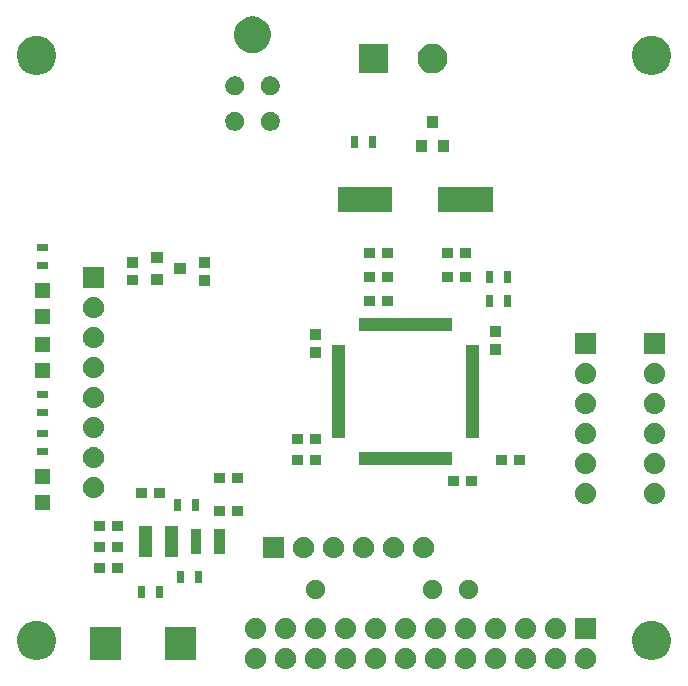
<source format=gbr>
G04 #@! TF.GenerationSoftware,KiCad,Pcbnew,(5.0.2)-1*
G04 #@! TF.CreationDate,2019-03-06T23:00:33-07:00*
G04 #@! TF.ProjectId,AndromedaV3,416e6472-6f6d-4656-9461-56332e6b6963,rev?*
G04 #@! TF.SameCoordinates,Original*
G04 #@! TF.FileFunction,Soldermask,Top*
G04 #@! TF.FilePolarity,Negative*
%FSLAX46Y46*%
G04 Gerber Fmt 4.6, Leading zero omitted, Abs format (unit mm)*
G04 Created by KiCad (PCBNEW (5.0.2)-1) date 2019-03-06 11:00:33 PM*
%MOMM*%
%LPD*%
G01*
G04 APERTURE LIST*
%ADD10C,0.100000*%
G04 APERTURE END LIST*
D10*
G36*
X153526443Y-114675519D02*
X153592627Y-114682037D01*
X153705853Y-114716384D01*
X153762467Y-114733557D01*
X153901087Y-114807652D01*
X153918991Y-114817222D01*
X153932175Y-114828042D01*
X154056186Y-114929814D01*
X154139448Y-115031271D01*
X154168778Y-115067009D01*
X154168779Y-115067011D01*
X154252443Y-115223533D01*
X154252443Y-115223534D01*
X154303963Y-115393373D01*
X154321359Y-115570000D01*
X154303963Y-115746627D01*
X154269616Y-115859853D01*
X154252443Y-115916467D01*
X154178348Y-116055087D01*
X154168778Y-116072991D01*
X154139448Y-116108729D01*
X154056186Y-116210186D01*
X153954729Y-116293448D01*
X153918991Y-116322778D01*
X153918989Y-116322779D01*
X153762467Y-116406443D01*
X153705853Y-116423616D01*
X153592627Y-116457963D01*
X153526442Y-116464482D01*
X153460260Y-116471000D01*
X153371740Y-116471000D01*
X153305558Y-116464482D01*
X153239373Y-116457963D01*
X153126147Y-116423616D01*
X153069533Y-116406443D01*
X152913011Y-116322779D01*
X152913009Y-116322778D01*
X152877271Y-116293448D01*
X152775814Y-116210186D01*
X152692552Y-116108729D01*
X152663222Y-116072991D01*
X152653652Y-116055087D01*
X152579557Y-115916467D01*
X152562384Y-115859853D01*
X152528037Y-115746627D01*
X152510641Y-115570000D01*
X152528037Y-115393373D01*
X152579557Y-115223534D01*
X152579557Y-115223533D01*
X152663221Y-115067011D01*
X152663222Y-115067009D01*
X152692552Y-115031271D01*
X152775814Y-114929814D01*
X152899825Y-114828042D01*
X152913009Y-114817222D01*
X152930913Y-114807652D01*
X153069533Y-114733557D01*
X153126147Y-114716384D01*
X153239373Y-114682037D01*
X153305557Y-114675519D01*
X153371740Y-114669000D01*
X153460260Y-114669000D01*
X153526443Y-114675519D01*
X153526443Y-114675519D01*
G37*
G36*
X156066443Y-114675519D02*
X156132627Y-114682037D01*
X156245853Y-114716384D01*
X156302467Y-114733557D01*
X156441087Y-114807652D01*
X156458991Y-114817222D01*
X156472175Y-114828042D01*
X156596186Y-114929814D01*
X156679448Y-115031271D01*
X156708778Y-115067009D01*
X156708779Y-115067011D01*
X156792443Y-115223533D01*
X156792443Y-115223534D01*
X156843963Y-115393373D01*
X156861359Y-115570000D01*
X156843963Y-115746627D01*
X156809616Y-115859853D01*
X156792443Y-115916467D01*
X156718348Y-116055087D01*
X156708778Y-116072991D01*
X156679448Y-116108729D01*
X156596186Y-116210186D01*
X156494729Y-116293448D01*
X156458991Y-116322778D01*
X156458989Y-116322779D01*
X156302467Y-116406443D01*
X156245853Y-116423616D01*
X156132627Y-116457963D01*
X156066442Y-116464482D01*
X156000260Y-116471000D01*
X155911740Y-116471000D01*
X155845558Y-116464482D01*
X155779373Y-116457963D01*
X155666147Y-116423616D01*
X155609533Y-116406443D01*
X155453011Y-116322779D01*
X155453009Y-116322778D01*
X155417271Y-116293448D01*
X155315814Y-116210186D01*
X155232552Y-116108729D01*
X155203222Y-116072991D01*
X155193652Y-116055087D01*
X155119557Y-115916467D01*
X155102384Y-115859853D01*
X155068037Y-115746627D01*
X155050641Y-115570000D01*
X155068037Y-115393373D01*
X155119557Y-115223534D01*
X155119557Y-115223533D01*
X155203221Y-115067011D01*
X155203222Y-115067009D01*
X155232552Y-115031271D01*
X155315814Y-114929814D01*
X155439825Y-114828042D01*
X155453009Y-114817222D01*
X155470913Y-114807652D01*
X155609533Y-114733557D01*
X155666147Y-114716384D01*
X155779373Y-114682037D01*
X155845557Y-114675519D01*
X155911740Y-114669000D01*
X156000260Y-114669000D01*
X156066443Y-114675519D01*
X156066443Y-114675519D01*
G37*
G36*
X158606443Y-114675519D02*
X158672627Y-114682037D01*
X158785853Y-114716384D01*
X158842467Y-114733557D01*
X158981087Y-114807652D01*
X158998991Y-114817222D01*
X159012175Y-114828042D01*
X159136186Y-114929814D01*
X159219448Y-115031271D01*
X159248778Y-115067009D01*
X159248779Y-115067011D01*
X159332443Y-115223533D01*
X159332443Y-115223534D01*
X159383963Y-115393373D01*
X159401359Y-115570000D01*
X159383963Y-115746627D01*
X159349616Y-115859853D01*
X159332443Y-115916467D01*
X159258348Y-116055087D01*
X159248778Y-116072991D01*
X159219448Y-116108729D01*
X159136186Y-116210186D01*
X159034729Y-116293448D01*
X158998991Y-116322778D01*
X158998989Y-116322779D01*
X158842467Y-116406443D01*
X158785853Y-116423616D01*
X158672627Y-116457963D01*
X158606442Y-116464482D01*
X158540260Y-116471000D01*
X158451740Y-116471000D01*
X158385558Y-116464482D01*
X158319373Y-116457963D01*
X158206147Y-116423616D01*
X158149533Y-116406443D01*
X157993011Y-116322779D01*
X157993009Y-116322778D01*
X157957271Y-116293448D01*
X157855814Y-116210186D01*
X157772552Y-116108729D01*
X157743222Y-116072991D01*
X157733652Y-116055087D01*
X157659557Y-115916467D01*
X157642384Y-115859853D01*
X157608037Y-115746627D01*
X157590641Y-115570000D01*
X157608037Y-115393373D01*
X157659557Y-115223534D01*
X157659557Y-115223533D01*
X157743221Y-115067011D01*
X157743222Y-115067009D01*
X157772552Y-115031271D01*
X157855814Y-114929814D01*
X157979825Y-114828042D01*
X157993009Y-114817222D01*
X158010913Y-114807652D01*
X158149533Y-114733557D01*
X158206147Y-114716384D01*
X158319373Y-114682037D01*
X158385557Y-114675519D01*
X158451740Y-114669000D01*
X158540260Y-114669000D01*
X158606443Y-114675519D01*
X158606443Y-114675519D01*
G37*
G36*
X130666443Y-114675519D02*
X130732627Y-114682037D01*
X130845853Y-114716384D01*
X130902467Y-114733557D01*
X131041087Y-114807652D01*
X131058991Y-114817222D01*
X131072175Y-114828042D01*
X131196186Y-114929814D01*
X131279448Y-115031271D01*
X131308778Y-115067009D01*
X131308779Y-115067011D01*
X131392443Y-115223533D01*
X131392443Y-115223534D01*
X131443963Y-115393373D01*
X131461359Y-115570000D01*
X131443963Y-115746627D01*
X131409616Y-115859853D01*
X131392443Y-115916467D01*
X131318348Y-116055087D01*
X131308778Y-116072991D01*
X131279448Y-116108729D01*
X131196186Y-116210186D01*
X131094729Y-116293448D01*
X131058991Y-116322778D01*
X131058989Y-116322779D01*
X130902467Y-116406443D01*
X130845853Y-116423616D01*
X130732627Y-116457963D01*
X130666442Y-116464482D01*
X130600260Y-116471000D01*
X130511740Y-116471000D01*
X130445558Y-116464482D01*
X130379373Y-116457963D01*
X130266147Y-116423616D01*
X130209533Y-116406443D01*
X130053011Y-116322779D01*
X130053009Y-116322778D01*
X130017271Y-116293448D01*
X129915814Y-116210186D01*
X129832552Y-116108729D01*
X129803222Y-116072991D01*
X129793652Y-116055087D01*
X129719557Y-115916467D01*
X129702384Y-115859853D01*
X129668037Y-115746627D01*
X129650641Y-115570000D01*
X129668037Y-115393373D01*
X129719557Y-115223534D01*
X129719557Y-115223533D01*
X129803221Y-115067011D01*
X129803222Y-115067009D01*
X129832552Y-115031271D01*
X129915814Y-114929814D01*
X130039825Y-114828042D01*
X130053009Y-114817222D01*
X130070913Y-114807652D01*
X130209533Y-114733557D01*
X130266147Y-114716384D01*
X130379373Y-114682037D01*
X130445557Y-114675519D01*
X130511740Y-114669000D01*
X130600260Y-114669000D01*
X130666443Y-114675519D01*
X130666443Y-114675519D01*
G37*
G36*
X133206443Y-114675519D02*
X133272627Y-114682037D01*
X133385853Y-114716384D01*
X133442467Y-114733557D01*
X133581087Y-114807652D01*
X133598991Y-114817222D01*
X133612175Y-114828042D01*
X133736186Y-114929814D01*
X133819448Y-115031271D01*
X133848778Y-115067009D01*
X133848779Y-115067011D01*
X133932443Y-115223533D01*
X133932443Y-115223534D01*
X133983963Y-115393373D01*
X134001359Y-115570000D01*
X133983963Y-115746627D01*
X133949616Y-115859853D01*
X133932443Y-115916467D01*
X133858348Y-116055087D01*
X133848778Y-116072991D01*
X133819448Y-116108729D01*
X133736186Y-116210186D01*
X133634729Y-116293448D01*
X133598991Y-116322778D01*
X133598989Y-116322779D01*
X133442467Y-116406443D01*
X133385853Y-116423616D01*
X133272627Y-116457963D01*
X133206442Y-116464482D01*
X133140260Y-116471000D01*
X133051740Y-116471000D01*
X132985558Y-116464482D01*
X132919373Y-116457963D01*
X132806147Y-116423616D01*
X132749533Y-116406443D01*
X132593011Y-116322779D01*
X132593009Y-116322778D01*
X132557271Y-116293448D01*
X132455814Y-116210186D01*
X132372552Y-116108729D01*
X132343222Y-116072991D01*
X132333652Y-116055087D01*
X132259557Y-115916467D01*
X132242384Y-115859853D01*
X132208037Y-115746627D01*
X132190641Y-115570000D01*
X132208037Y-115393373D01*
X132259557Y-115223534D01*
X132259557Y-115223533D01*
X132343221Y-115067011D01*
X132343222Y-115067009D01*
X132372552Y-115031271D01*
X132455814Y-114929814D01*
X132579825Y-114828042D01*
X132593009Y-114817222D01*
X132610913Y-114807652D01*
X132749533Y-114733557D01*
X132806147Y-114716384D01*
X132919373Y-114682037D01*
X132985557Y-114675519D01*
X133051740Y-114669000D01*
X133140260Y-114669000D01*
X133206443Y-114675519D01*
X133206443Y-114675519D01*
G37*
G36*
X135746443Y-114675519D02*
X135812627Y-114682037D01*
X135925853Y-114716384D01*
X135982467Y-114733557D01*
X136121087Y-114807652D01*
X136138991Y-114817222D01*
X136152175Y-114828042D01*
X136276186Y-114929814D01*
X136359448Y-115031271D01*
X136388778Y-115067009D01*
X136388779Y-115067011D01*
X136472443Y-115223533D01*
X136472443Y-115223534D01*
X136523963Y-115393373D01*
X136541359Y-115570000D01*
X136523963Y-115746627D01*
X136489616Y-115859853D01*
X136472443Y-115916467D01*
X136398348Y-116055087D01*
X136388778Y-116072991D01*
X136359448Y-116108729D01*
X136276186Y-116210186D01*
X136174729Y-116293448D01*
X136138991Y-116322778D01*
X136138989Y-116322779D01*
X135982467Y-116406443D01*
X135925853Y-116423616D01*
X135812627Y-116457963D01*
X135746442Y-116464482D01*
X135680260Y-116471000D01*
X135591740Y-116471000D01*
X135525558Y-116464482D01*
X135459373Y-116457963D01*
X135346147Y-116423616D01*
X135289533Y-116406443D01*
X135133011Y-116322779D01*
X135133009Y-116322778D01*
X135097271Y-116293448D01*
X134995814Y-116210186D01*
X134912552Y-116108729D01*
X134883222Y-116072991D01*
X134873652Y-116055087D01*
X134799557Y-115916467D01*
X134782384Y-115859853D01*
X134748037Y-115746627D01*
X134730641Y-115570000D01*
X134748037Y-115393373D01*
X134799557Y-115223534D01*
X134799557Y-115223533D01*
X134883221Y-115067011D01*
X134883222Y-115067009D01*
X134912552Y-115031271D01*
X134995814Y-114929814D01*
X135119825Y-114828042D01*
X135133009Y-114817222D01*
X135150913Y-114807652D01*
X135289533Y-114733557D01*
X135346147Y-114716384D01*
X135459373Y-114682037D01*
X135525557Y-114675519D01*
X135591740Y-114669000D01*
X135680260Y-114669000D01*
X135746443Y-114675519D01*
X135746443Y-114675519D01*
G37*
G36*
X138286443Y-114675519D02*
X138352627Y-114682037D01*
X138465853Y-114716384D01*
X138522467Y-114733557D01*
X138661087Y-114807652D01*
X138678991Y-114817222D01*
X138692175Y-114828042D01*
X138816186Y-114929814D01*
X138899448Y-115031271D01*
X138928778Y-115067009D01*
X138928779Y-115067011D01*
X139012443Y-115223533D01*
X139012443Y-115223534D01*
X139063963Y-115393373D01*
X139081359Y-115570000D01*
X139063963Y-115746627D01*
X139029616Y-115859853D01*
X139012443Y-115916467D01*
X138938348Y-116055087D01*
X138928778Y-116072991D01*
X138899448Y-116108729D01*
X138816186Y-116210186D01*
X138714729Y-116293448D01*
X138678991Y-116322778D01*
X138678989Y-116322779D01*
X138522467Y-116406443D01*
X138465853Y-116423616D01*
X138352627Y-116457963D01*
X138286442Y-116464482D01*
X138220260Y-116471000D01*
X138131740Y-116471000D01*
X138065558Y-116464482D01*
X137999373Y-116457963D01*
X137886147Y-116423616D01*
X137829533Y-116406443D01*
X137673011Y-116322779D01*
X137673009Y-116322778D01*
X137637271Y-116293448D01*
X137535814Y-116210186D01*
X137452552Y-116108729D01*
X137423222Y-116072991D01*
X137413652Y-116055087D01*
X137339557Y-115916467D01*
X137322384Y-115859853D01*
X137288037Y-115746627D01*
X137270641Y-115570000D01*
X137288037Y-115393373D01*
X137339557Y-115223534D01*
X137339557Y-115223533D01*
X137423221Y-115067011D01*
X137423222Y-115067009D01*
X137452552Y-115031271D01*
X137535814Y-114929814D01*
X137659825Y-114828042D01*
X137673009Y-114817222D01*
X137690913Y-114807652D01*
X137829533Y-114733557D01*
X137886147Y-114716384D01*
X137999373Y-114682037D01*
X138065557Y-114675519D01*
X138131740Y-114669000D01*
X138220260Y-114669000D01*
X138286443Y-114675519D01*
X138286443Y-114675519D01*
G37*
G36*
X143366443Y-114675519D02*
X143432627Y-114682037D01*
X143545853Y-114716384D01*
X143602467Y-114733557D01*
X143741087Y-114807652D01*
X143758991Y-114817222D01*
X143772175Y-114828042D01*
X143896186Y-114929814D01*
X143979448Y-115031271D01*
X144008778Y-115067009D01*
X144008779Y-115067011D01*
X144092443Y-115223533D01*
X144092443Y-115223534D01*
X144143963Y-115393373D01*
X144161359Y-115570000D01*
X144143963Y-115746627D01*
X144109616Y-115859853D01*
X144092443Y-115916467D01*
X144018348Y-116055087D01*
X144008778Y-116072991D01*
X143979448Y-116108729D01*
X143896186Y-116210186D01*
X143794729Y-116293448D01*
X143758991Y-116322778D01*
X143758989Y-116322779D01*
X143602467Y-116406443D01*
X143545853Y-116423616D01*
X143432627Y-116457963D01*
X143366442Y-116464482D01*
X143300260Y-116471000D01*
X143211740Y-116471000D01*
X143145558Y-116464482D01*
X143079373Y-116457963D01*
X142966147Y-116423616D01*
X142909533Y-116406443D01*
X142753011Y-116322779D01*
X142753009Y-116322778D01*
X142717271Y-116293448D01*
X142615814Y-116210186D01*
X142532552Y-116108729D01*
X142503222Y-116072991D01*
X142493652Y-116055087D01*
X142419557Y-115916467D01*
X142402384Y-115859853D01*
X142368037Y-115746627D01*
X142350641Y-115570000D01*
X142368037Y-115393373D01*
X142419557Y-115223534D01*
X142419557Y-115223533D01*
X142503221Y-115067011D01*
X142503222Y-115067009D01*
X142532552Y-115031271D01*
X142615814Y-114929814D01*
X142739825Y-114828042D01*
X142753009Y-114817222D01*
X142770913Y-114807652D01*
X142909533Y-114733557D01*
X142966147Y-114716384D01*
X143079373Y-114682037D01*
X143145557Y-114675519D01*
X143211740Y-114669000D01*
X143300260Y-114669000D01*
X143366443Y-114675519D01*
X143366443Y-114675519D01*
G37*
G36*
X145906443Y-114675519D02*
X145972627Y-114682037D01*
X146085853Y-114716384D01*
X146142467Y-114733557D01*
X146281087Y-114807652D01*
X146298991Y-114817222D01*
X146312175Y-114828042D01*
X146436186Y-114929814D01*
X146519448Y-115031271D01*
X146548778Y-115067009D01*
X146548779Y-115067011D01*
X146632443Y-115223533D01*
X146632443Y-115223534D01*
X146683963Y-115393373D01*
X146701359Y-115570000D01*
X146683963Y-115746627D01*
X146649616Y-115859853D01*
X146632443Y-115916467D01*
X146558348Y-116055087D01*
X146548778Y-116072991D01*
X146519448Y-116108729D01*
X146436186Y-116210186D01*
X146334729Y-116293448D01*
X146298991Y-116322778D01*
X146298989Y-116322779D01*
X146142467Y-116406443D01*
X146085853Y-116423616D01*
X145972627Y-116457963D01*
X145906442Y-116464482D01*
X145840260Y-116471000D01*
X145751740Y-116471000D01*
X145685558Y-116464482D01*
X145619373Y-116457963D01*
X145506147Y-116423616D01*
X145449533Y-116406443D01*
X145293011Y-116322779D01*
X145293009Y-116322778D01*
X145257271Y-116293448D01*
X145155814Y-116210186D01*
X145072552Y-116108729D01*
X145043222Y-116072991D01*
X145033652Y-116055087D01*
X144959557Y-115916467D01*
X144942384Y-115859853D01*
X144908037Y-115746627D01*
X144890641Y-115570000D01*
X144908037Y-115393373D01*
X144959557Y-115223534D01*
X144959557Y-115223533D01*
X145043221Y-115067011D01*
X145043222Y-115067009D01*
X145072552Y-115031271D01*
X145155814Y-114929814D01*
X145279825Y-114828042D01*
X145293009Y-114817222D01*
X145310913Y-114807652D01*
X145449533Y-114733557D01*
X145506147Y-114716384D01*
X145619373Y-114682037D01*
X145685557Y-114675519D01*
X145751740Y-114669000D01*
X145840260Y-114669000D01*
X145906443Y-114675519D01*
X145906443Y-114675519D01*
G37*
G36*
X148446443Y-114675519D02*
X148512627Y-114682037D01*
X148625853Y-114716384D01*
X148682467Y-114733557D01*
X148821087Y-114807652D01*
X148838991Y-114817222D01*
X148852175Y-114828042D01*
X148976186Y-114929814D01*
X149059448Y-115031271D01*
X149088778Y-115067009D01*
X149088779Y-115067011D01*
X149172443Y-115223533D01*
X149172443Y-115223534D01*
X149223963Y-115393373D01*
X149241359Y-115570000D01*
X149223963Y-115746627D01*
X149189616Y-115859853D01*
X149172443Y-115916467D01*
X149098348Y-116055087D01*
X149088778Y-116072991D01*
X149059448Y-116108729D01*
X148976186Y-116210186D01*
X148874729Y-116293448D01*
X148838991Y-116322778D01*
X148838989Y-116322779D01*
X148682467Y-116406443D01*
X148625853Y-116423616D01*
X148512627Y-116457963D01*
X148446442Y-116464482D01*
X148380260Y-116471000D01*
X148291740Y-116471000D01*
X148225558Y-116464482D01*
X148159373Y-116457963D01*
X148046147Y-116423616D01*
X147989533Y-116406443D01*
X147833011Y-116322779D01*
X147833009Y-116322778D01*
X147797271Y-116293448D01*
X147695814Y-116210186D01*
X147612552Y-116108729D01*
X147583222Y-116072991D01*
X147573652Y-116055087D01*
X147499557Y-115916467D01*
X147482384Y-115859853D01*
X147448037Y-115746627D01*
X147430641Y-115570000D01*
X147448037Y-115393373D01*
X147499557Y-115223534D01*
X147499557Y-115223533D01*
X147583221Y-115067011D01*
X147583222Y-115067009D01*
X147612552Y-115031271D01*
X147695814Y-114929814D01*
X147819825Y-114828042D01*
X147833009Y-114817222D01*
X147850913Y-114807652D01*
X147989533Y-114733557D01*
X148046147Y-114716384D01*
X148159373Y-114682037D01*
X148225557Y-114675519D01*
X148291740Y-114669000D01*
X148380260Y-114669000D01*
X148446443Y-114675519D01*
X148446443Y-114675519D01*
G37*
G36*
X150986443Y-114675519D02*
X151052627Y-114682037D01*
X151165853Y-114716384D01*
X151222467Y-114733557D01*
X151361087Y-114807652D01*
X151378991Y-114817222D01*
X151392175Y-114828042D01*
X151516186Y-114929814D01*
X151599448Y-115031271D01*
X151628778Y-115067009D01*
X151628779Y-115067011D01*
X151712443Y-115223533D01*
X151712443Y-115223534D01*
X151763963Y-115393373D01*
X151781359Y-115570000D01*
X151763963Y-115746627D01*
X151729616Y-115859853D01*
X151712443Y-115916467D01*
X151638348Y-116055087D01*
X151628778Y-116072991D01*
X151599448Y-116108729D01*
X151516186Y-116210186D01*
X151414729Y-116293448D01*
X151378991Y-116322778D01*
X151378989Y-116322779D01*
X151222467Y-116406443D01*
X151165853Y-116423616D01*
X151052627Y-116457963D01*
X150986442Y-116464482D01*
X150920260Y-116471000D01*
X150831740Y-116471000D01*
X150765558Y-116464482D01*
X150699373Y-116457963D01*
X150586147Y-116423616D01*
X150529533Y-116406443D01*
X150373011Y-116322779D01*
X150373009Y-116322778D01*
X150337271Y-116293448D01*
X150235814Y-116210186D01*
X150152552Y-116108729D01*
X150123222Y-116072991D01*
X150113652Y-116055087D01*
X150039557Y-115916467D01*
X150022384Y-115859853D01*
X149988037Y-115746627D01*
X149970641Y-115570000D01*
X149988037Y-115393373D01*
X150039557Y-115223534D01*
X150039557Y-115223533D01*
X150123221Y-115067011D01*
X150123222Y-115067009D01*
X150152552Y-115031271D01*
X150235814Y-114929814D01*
X150359825Y-114828042D01*
X150373009Y-114817222D01*
X150390913Y-114807652D01*
X150529533Y-114733557D01*
X150586147Y-114716384D01*
X150699373Y-114682037D01*
X150765557Y-114675519D01*
X150831740Y-114669000D01*
X150920260Y-114669000D01*
X150986443Y-114675519D01*
X150986443Y-114675519D01*
G37*
G36*
X140826443Y-114675519D02*
X140892627Y-114682037D01*
X141005853Y-114716384D01*
X141062467Y-114733557D01*
X141201087Y-114807652D01*
X141218991Y-114817222D01*
X141232175Y-114828042D01*
X141356186Y-114929814D01*
X141439448Y-115031271D01*
X141468778Y-115067009D01*
X141468779Y-115067011D01*
X141552443Y-115223533D01*
X141552443Y-115223534D01*
X141603963Y-115393373D01*
X141621359Y-115570000D01*
X141603963Y-115746627D01*
X141569616Y-115859853D01*
X141552443Y-115916467D01*
X141478348Y-116055087D01*
X141468778Y-116072991D01*
X141439448Y-116108729D01*
X141356186Y-116210186D01*
X141254729Y-116293448D01*
X141218991Y-116322778D01*
X141218989Y-116322779D01*
X141062467Y-116406443D01*
X141005853Y-116423616D01*
X140892627Y-116457963D01*
X140826442Y-116464482D01*
X140760260Y-116471000D01*
X140671740Y-116471000D01*
X140605558Y-116464482D01*
X140539373Y-116457963D01*
X140426147Y-116423616D01*
X140369533Y-116406443D01*
X140213011Y-116322779D01*
X140213009Y-116322778D01*
X140177271Y-116293448D01*
X140075814Y-116210186D01*
X139992552Y-116108729D01*
X139963222Y-116072991D01*
X139953652Y-116055087D01*
X139879557Y-115916467D01*
X139862384Y-115859853D01*
X139828037Y-115746627D01*
X139810641Y-115570000D01*
X139828037Y-115393373D01*
X139879557Y-115223534D01*
X139879557Y-115223533D01*
X139963221Y-115067011D01*
X139963222Y-115067009D01*
X139992552Y-115031271D01*
X140075814Y-114929814D01*
X140199825Y-114828042D01*
X140213009Y-114817222D01*
X140230913Y-114807652D01*
X140369533Y-114733557D01*
X140426147Y-114716384D01*
X140539373Y-114682037D01*
X140605557Y-114675519D01*
X140671740Y-114669000D01*
X140760260Y-114669000D01*
X140826443Y-114675519D01*
X140826443Y-114675519D01*
G37*
G36*
X125532000Y-115701000D02*
X122880000Y-115701000D01*
X122880000Y-112899000D01*
X125532000Y-112899000D01*
X125532000Y-115701000D01*
X125532000Y-115701000D01*
G37*
G36*
X119182000Y-115701000D02*
X116530000Y-115701000D01*
X116530000Y-112899000D01*
X119182000Y-112899000D01*
X119182000Y-115701000D01*
X119182000Y-115701000D01*
G37*
G36*
X112389256Y-112437298D02*
X112495579Y-112458447D01*
X112796042Y-112582903D01*
X113062852Y-112761180D01*
X113066454Y-112763587D01*
X113296413Y-112993546D01*
X113296415Y-112993549D01*
X113438790Y-113206627D01*
X113477098Y-113263960D01*
X113601553Y-113564422D01*
X113665000Y-113883389D01*
X113665000Y-114208611D01*
X113601553Y-114527578D01*
X113477098Y-114828040D01*
X113296413Y-115098454D01*
X113066454Y-115328413D01*
X113066451Y-115328415D01*
X112796042Y-115509097D01*
X112495579Y-115633553D01*
X112389256Y-115654702D01*
X112176611Y-115697000D01*
X111851389Y-115697000D01*
X111638744Y-115654702D01*
X111532421Y-115633553D01*
X111231958Y-115509097D01*
X110961549Y-115328415D01*
X110961546Y-115328413D01*
X110731587Y-115098454D01*
X110550902Y-114828040D01*
X110426447Y-114527578D01*
X110363000Y-114208611D01*
X110363000Y-113883389D01*
X110426447Y-113564422D01*
X110550902Y-113263960D01*
X110589211Y-113206627D01*
X110731585Y-112993549D01*
X110731587Y-112993546D01*
X110961546Y-112763587D01*
X110965148Y-112761180D01*
X111231958Y-112582903D01*
X111532421Y-112458447D01*
X111638744Y-112437298D01*
X111851389Y-112395000D01*
X112176611Y-112395000D01*
X112389256Y-112437298D01*
X112389256Y-112437298D01*
G37*
G36*
X164459256Y-112437298D02*
X164565579Y-112458447D01*
X164866042Y-112582903D01*
X165132852Y-112761180D01*
X165136454Y-112763587D01*
X165366413Y-112993546D01*
X165366415Y-112993549D01*
X165508790Y-113206627D01*
X165547098Y-113263960D01*
X165671553Y-113564422D01*
X165735000Y-113883389D01*
X165735000Y-114208611D01*
X165671553Y-114527578D01*
X165547098Y-114828040D01*
X165366413Y-115098454D01*
X165136454Y-115328413D01*
X165136451Y-115328415D01*
X164866042Y-115509097D01*
X164565579Y-115633553D01*
X164459256Y-115654702D01*
X164246611Y-115697000D01*
X163921389Y-115697000D01*
X163708744Y-115654702D01*
X163602421Y-115633553D01*
X163301958Y-115509097D01*
X163031549Y-115328415D01*
X163031546Y-115328413D01*
X162801587Y-115098454D01*
X162620902Y-114828040D01*
X162496447Y-114527578D01*
X162433000Y-114208611D01*
X162433000Y-113883389D01*
X162496447Y-113564422D01*
X162620902Y-113263960D01*
X162659211Y-113206627D01*
X162801585Y-112993549D01*
X162801587Y-112993546D01*
X163031546Y-112763587D01*
X163035148Y-112761180D01*
X163301958Y-112582903D01*
X163602421Y-112458447D01*
X163708744Y-112437298D01*
X163921389Y-112395000D01*
X164246611Y-112395000D01*
X164459256Y-112437298D01*
X164459256Y-112437298D01*
G37*
G36*
X159397000Y-113931000D02*
X157595000Y-113931000D01*
X157595000Y-112129000D01*
X159397000Y-112129000D01*
X159397000Y-113931000D01*
X159397000Y-113931000D01*
G37*
G36*
X135746443Y-112135519D02*
X135812627Y-112142037D01*
X135925853Y-112176384D01*
X135982467Y-112193557D01*
X136121087Y-112267652D01*
X136138991Y-112277222D01*
X136174729Y-112306552D01*
X136276186Y-112389814D01*
X136359448Y-112491271D01*
X136388778Y-112527009D01*
X136388779Y-112527011D01*
X136472443Y-112683533D01*
X136472443Y-112683534D01*
X136523963Y-112853373D01*
X136541359Y-113030000D01*
X136523963Y-113206627D01*
X136506572Y-113263958D01*
X136472443Y-113376467D01*
X136398348Y-113515087D01*
X136388778Y-113532991D01*
X136362984Y-113564421D01*
X136276186Y-113670186D01*
X136174729Y-113753448D01*
X136138991Y-113782778D01*
X136138989Y-113782779D01*
X135982467Y-113866443D01*
X135926602Y-113883389D01*
X135812627Y-113917963D01*
X135746443Y-113924481D01*
X135680260Y-113931000D01*
X135591740Y-113931000D01*
X135525557Y-113924481D01*
X135459373Y-113917963D01*
X135345398Y-113883389D01*
X135289533Y-113866443D01*
X135133011Y-113782779D01*
X135133009Y-113782778D01*
X135097271Y-113753448D01*
X134995814Y-113670186D01*
X134909016Y-113564421D01*
X134883222Y-113532991D01*
X134873652Y-113515087D01*
X134799557Y-113376467D01*
X134765428Y-113263958D01*
X134748037Y-113206627D01*
X134730641Y-113030000D01*
X134748037Y-112853373D01*
X134799557Y-112683534D01*
X134799557Y-112683533D01*
X134883221Y-112527011D01*
X134883222Y-112527009D01*
X134912552Y-112491271D01*
X134995814Y-112389814D01*
X135097271Y-112306552D01*
X135133009Y-112277222D01*
X135150913Y-112267652D01*
X135289533Y-112193557D01*
X135346147Y-112176384D01*
X135459373Y-112142037D01*
X135525557Y-112135519D01*
X135591740Y-112129000D01*
X135680260Y-112129000D01*
X135746443Y-112135519D01*
X135746443Y-112135519D01*
G37*
G36*
X133206443Y-112135519D02*
X133272627Y-112142037D01*
X133385853Y-112176384D01*
X133442467Y-112193557D01*
X133581087Y-112267652D01*
X133598991Y-112277222D01*
X133634729Y-112306552D01*
X133736186Y-112389814D01*
X133819448Y-112491271D01*
X133848778Y-112527009D01*
X133848779Y-112527011D01*
X133932443Y-112683533D01*
X133932443Y-112683534D01*
X133983963Y-112853373D01*
X134001359Y-113030000D01*
X133983963Y-113206627D01*
X133966572Y-113263958D01*
X133932443Y-113376467D01*
X133858348Y-113515087D01*
X133848778Y-113532991D01*
X133822984Y-113564421D01*
X133736186Y-113670186D01*
X133634729Y-113753448D01*
X133598991Y-113782778D01*
X133598989Y-113782779D01*
X133442467Y-113866443D01*
X133386602Y-113883389D01*
X133272627Y-113917963D01*
X133206443Y-113924481D01*
X133140260Y-113931000D01*
X133051740Y-113931000D01*
X132985557Y-113924481D01*
X132919373Y-113917963D01*
X132805398Y-113883389D01*
X132749533Y-113866443D01*
X132593011Y-113782779D01*
X132593009Y-113782778D01*
X132557271Y-113753448D01*
X132455814Y-113670186D01*
X132369016Y-113564421D01*
X132343222Y-113532991D01*
X132333652Y-113515087D01*
X132259557Y-113376467D01*
X132225428Y-113263958D01*
X132208037Y-113206627D01*
X132190641Y-113030000D01*
X132208037Y-112853373D01*
X132259557Y-112683534D01*
X132259557Y-112683533D01*
X132343221Y-112527011D01*
X132343222Y-112527009D01*
X132372552Y-112491271D01*
X132455814Y-112389814D01*
X132557271Y-112306552D01*
X132593009Y-112277222D01*
X132610913Y-112267652D01*
X132749533Y-112193557D01*
X132806147Y-112176384D01*
X132919373Y-112142037D01*
X132985557Y-112135519D01*
X133051740Y-112129000D01*
X133140260Y-112129000D01*
X133206443Y-112135519D01*
X133206443Y-112135519D01*
G37*
G36*
X138286443Y-112135519D02*
X138352627Y-112142037D01*
X138465853Y-112176384D01*
X138522467Y-112193557D01*
X138661087Y-112267652D01*
X138678991Y-112277222D01*
X138714729Y-112306552D01*
X138816186Y-112389814D01*
X138899448Y-112491271D01*
X138928778Y-112527009D01*
X138928779Y-112527011D01*
X139012443Y-112683533D01*
X139012443Y-112683534D01*
X139063963Y-112853373D01*
X139081359Y-113030000D01*
X139063963Y-113206627D01*
X139046572Y-113263958D01*
X139012443Y-113376467D01*
X138938348Y-113515087D01*
X138928778Y-113532991D01*
X138902984Y-113564421D01*
X138816186Y-113670186D01*
X138714729Y-113753448D01*
X138678991Y-113782778D01*
X138678989Y-113782779D01*
X138522467Y-113866443D01*
X138466602Y-113883389D01*
X138352627Y-113917963D01*
X138286443Y-113924481D01*
X138220260Y-113931000D01*
X138131740Y-113931000D01*
X138065557Y-113924481D01*
X137999373Y-113917963D01*
X137885398Y-113883389D01*
X137829533Y-113866443D01*
X137673011Y-113782779D01*
X137673009Y-113782778D01*
X137637271Y-113753448D01*
X137535814Y-113670186D01*
X137449016Y-113564421D01*
X137423222Y-113532991D01*
X137413652Y-113515087D01*
X137339557Y-113376467D01*
X137305428Y-113263958D01*
X137288037Y-113206627D01*
X137270641Y-113030000D01*
X137288037Y-112853373D01*
X137339557Y-112683534D01*
X137339557Y-112683533D01*
X137423221Y-112527011D01*
X137423222Y-112527009D01*
X137452552Y-112491271D01*
X137535814Y-112389814D01*
X137637271Y-112306552D01*
X137673009Y-112277222D01*
X137690913Y-112267652D01*
X137829533Y-112193557D01*
X137886147Y-112176384D01*
X137999373Y-112142037D01*
X138065557Y-112135519D01*
X138131740Y-112129000D01*
X138220260Y-112129000D01*
X138286443Y-112135519D01*
X138286443Y-112135519D01*
G37*
G36*
X130666443Y-112135519D02*
X130732627Y-112142037D01*
X130845853Y-112176384D01*
X130902467Y-112193557D01*
X131041087Y-112267652D01*
X131058991Y-112277222D01*
X131094729Y-112306552D01*
X131196186Y-112389814D01*
X131279448Y-112491271D01*
X131308778Y-112527009D01*
X131308779Y-112527011D01*
X131392443Y-112683533D01*
X131392443Y-112683534D01*
X131443963Y-112853373D01*
X131461359Y-113030000D01*
X131443963Y-113206627D01*
X131426572Y-113263958D01*
X131392443Y-113376467D01*
X131318348Y-113515087D01*
X131308778Y-113532991D01*
X131282984Y-113564421D01*
X131196186Y-113670186D01*
X131094729Y-113753448D01*
X131058991Y-113782778D01*
X131058989Y-113782779D01*
X130902467Y-113866443D01*
X130846602Y-113883389D01*
X130732627Y-113917963D01*
X130666443Y-113924481D01*
X130600260Y-113931000D01*
X130511740Y-113931000D01*
X130445557Y-113924481D01*
X130379373Y-113917963D01*
X130265398Y-113883389D01*
X130209533Y-113866443D01*
X130053011Y-113782779D01*
X130053009Y-113782778D01*
X130017271Y-113753448D01*
X129915814Y-113670186D01*
X129829016Y-113564421D01*
X129803222Y-113532991D01*
X129793652Y-113515087D01*
X129719557Y-113376467D01*
X129685428Y-113263958D01*
X129668037Y-113206627D01*
X129650641Y-113030000D01*
X129668037Y-112853373D01*
X129719557Y-112683534D01*
X129719557Y-112683533D01*
X129803221Y-112527011D01*
X129803222Y-112527009D01*
X129832552Y-112491271D01*
X129915814Y-112389814D01*
X130017271Y-112306552D01*
X130053009Y-112277222D01*
X130070913Y-112267652D01*
X130209533Y-112193557D01*
X130266147Y-112176384D01*
X130379373Y-112142037D01*
X130445557Y-112135519D01*
X130511740Y-112129000D01*
X130600260Y-112129000D01*
X130666443Y-112135519D01*
X130666443Y-112135519D01*
G37*
G36*
X140826443Y-112135519D02*
X140892627Y-112142037D01*
X141005853Y-112176384D01*
X141062467Y-112193557D01*
X141201087Y-112267652D01*
X141218991Y-112277222D01*
X141254729Y-112306552D01*
X141356186Y-112389814D01*
X141439448Y-112491271D01*
X141468778Y-112527009D01*
X141468779Y-112527011D01*
X141552443Y-112683533D01*
X141552443Y-112683534D01*
X141603963Y-112853373D01*
X141621359Y-113030000D01*
X141603963Y-113206627D01*
X141586572Y-113263958D01*
X141552443Y-113376467D01*
X141478348Y-113515087D01*
X141468778Y-113532991D01*
X141442984Y-113564421D01*
X141356186Y-113670186D01*
X141254729Y-113753448D01*
X141218991Y-113782778D01*
X141218989Y-113782779D01*
X141062467Y-113866443D01*
X141006602Y-113883389D01*
X140892627Y-113917963D01*
X140826443Y-113924481D01*
X140760260Y-113931000D01*
X140671740Y-113931000D01*
X140605557Y-113924481D01*
X140539373Y-113917963D01*
X140425398Y-113883389D01*
X140369533Y-113866443D01*
X140213011Y-113782779D01*
X140213009Y-113782778D01*
X140177271Y-113753448D01*
X140075814Y-113670186D01*
X139989016Y-113564421D01*
X139963222Y-113532991D01*
X139953652Y-113515087D01*
X139879557Y-113376467D01*
X139845428Y-113263958D01*
X139828037Y-113206627D01*
X139810641Y-113030000D01*
X139828037Y-112853373D01*
X139879557Y-112683534D01*
X139879557Y-112683533D01*
X139963221Y-112527011D01*
X139963222Y-112527009D01*
X139992552Y-112491271D01*
X140075814Y-112389814D01*
X140177271Y-112306552D01*
X140213009Y-112277222D01*
X140230913Y-112267652D01*
X140369533Y-112193557D01*
X140426147Y-112176384D01*
X140539373Y-112142037D01*
X140605557Y-112135519D01*
X140671740Y-112129000D01*
X140760260Y-112129000D01*
X140826443Y-112135519D01*
X140826443Y-112135519D01*
G37*
G36*
X143366443Y-112135519D02*
X143432627Y-112142037D01*
X143545853Y-112176384D01*
X143602467Y-112193557D01*
X143741087Y-112267652D01*
X143758991Y-112277222D01*
X143794729Y-112306552D01*
X143896186Y-112389814D01*
X143979448Y-112491271D01*
X144008778Y-112527009D01*
X144008779Y-112527011D01*
X144092443Y-112683533D01*
X144092443Y-112683534D01*
X144143963Y-112853373D01*
X144161359Y-113030000D01*
X144143963Y-113206627D01*
X144126572Y-113263958D01*
X144092443Y-113376467D01*
X144018348Y-113515087D01*
X144008778Y-113532991D01*
X143982984Y-113564421D01*
X143896186Y-113670186D01*
X143794729Y-113753448D01*
X143758991Y-113782778D01*
X143758989Y-113782779D01*
X143602467Y-113866443D01*
X143546602Y-113883389D01*
X143432627Y-113917963D01*
X143366443Y-113924481D01*
X143300260Y-113931000D01*
X143211740Y-113931000D01*
X143145557Y-113924481D01*
X143079373Y-113917963D01*
X142965398Y-113883389D01*
X142909533Y-113866443D01*
X142753011Y-113782779D01*
X142753009Y-113782778D01*
X142717271Y-113753448D01*
X142615814Y-113670186D01*
X142529016Y-113564421D01*
X142503222Y-113532991D01*
X142493652Y-113515087D01*
X142419557Y-113376467D01*
X142385428Y-113263958D01*
X142368037Y-113206627D01*
X142350641Y-113030000D01*
X142368037Y-112853373D01*
X142419557Y-112683534D01*
X142419557Y-112683533D01*
X142503221Y-112527011D01*
X142503222Y-112527009D01*
X142532552Y-112491271D01*
X142615814Y-112389814D01*
X142717271Y-112306552D01*
X142753009Y-112277222D01*
X142770913Y-112267652D01*
X142909533Y-112193557D01*
X142966147Y-112176384D01*
X143079373Y-112142037D01*
X143145557Y-112135519D01*
X143211740Y-112129000D01*
X143300260Y-112129000D01*
X143366443Y-112135519D01*
X143366443Y-112135519D01*
G37*
G36*
X156066443Y-112135519D02*
X156132627Y-112142037D01*
X156245853Y-112176384D01*
X156302467Y-112193557D01*
X156441087Y-112267652D01*
X156458991Y-112277222D01*
X156494729Y-112306552D01*
X156596186Y-112389814D01*
X156679448Y-112491271D01*
X156708778Y-112527009D01*
X156708779Y-112527011D01*
X156792443Y-112683533D01*
X156792443Y-112683534D01*
X156843963Y-112853373D01*
X156861359Y-113030000D01*
X156843963Y-113206627D01*
X156826572Y-113263958D01*
X156792443Y-113376467D01*
X156718348Y-113515087D01*
X156708778Y-113532991D01*
X156682984Y-113564421D01*
X156596186Y-113670186D01*
X156494729Y-113753448D01*
X156458991Y-113782778D01*
X156458989Y-113782779D01*
X156302467Y-113866443D01*
X156246602Y-113883389D01*
X156132627Y-113917963D01*
X156066443Y-113924481D01*
X156000260Y-113931000D01*
X155911740Y-113931000D01*
X155845557Y-113924481D01*
X155779373Y-113917963D01*
X155665398Y-113883389D01*
X155609533Y-113866443D01*
X155453011Y-113782779D01*
X155453009Y-113782778D01*
X155417271Y-113753448D01*
X155315814Y-113670186D01*
X155229016Y-113564421D01*
X155203222Y-113532991D01*
X155193652Y-113515087D01*
X155119557Y-113376467D01*
X155085428Y-113263958D01*
X155068037Y-113206627D01*
X155050641Y-113030000D01*
X155068037Y-112853373D01*
X155119557Y-112683534D01*
X155119557Y-112683533D01*
X155203221Y-112527011D01*
X155203222Y-112527009D01*
X155232552Y-112491271D01*
X155315814Y-112389814D01*
X155417271Y-112306552D01*
X155453009Y-112277222D01*
X155470913Y-112267652D01*
X155609533Y-112193557D01*
X155666147Y-112176384D01*
X155779373Y-112142037D01*
X155845557Y-112135519D01*
X155911740Y-112129000D01*
X156000260Y-112129000D01*
X156066443Y-112135519D01*
X156066443Y-112135519D01*
G37*
G36*
X145906443Y-112135519D02*
X145972627Y-112142037D01*
X146085853Y-112176384D01*
X146142467Y-112193557D01*
X146281087Y-112267652D01*
X146298991Y-112277222D01*
X146334729Y-112306552D01*
X146436186Y-112389814D01*
X146519448Y-112491271D01*
X146548778Y-112527009D01*
X146548779Y-112527011D01*
X146632443Y-112683533D01*
X146632443Y-112683534D01*
X146683963Y-112853373D01*
X146701359Y-113030000D01*
X146683963Y-113206627D01*
X146666572Y-113263958D01*
X146632443Y-113376467D01*
X146558348Y-113515087D01*
X146548778Y-113532991D01*
X146522984Y-113564421D01*
X146436186Y-113670186D01*
X146334729Y-113753448D01*
X146298991Y-113782778D01*
X146298989Y-113782779D01*
X146142467Y-113866443D01*
X146086602Y-113883389D01*
X145972627Y-113917963D01*
X145906443Y-113924481D01*
X145840260Y-113931000D01*
X145751740Y-113931000D01*
X145685557Y-113924481D01*
X145619373Y-113917963D01*
X145505398Y-113883389D01*
X145449533Y-113866443D01*
X145293011Y-113782779D01*
X145293009Y-113782778D01*
X145257271Y-113753448D01*
X145155814Y-113670186D01*
X145069016Y-113564421D01*
X145043222Y-113532991D01*
X145033652Y-113515087D01*
X144959557Y-113376467D01*
X144925428Y-113263958D01*
X144908037Y-113206627D01*
X144890641Y-113030000D01*
X144908037Y-112853373D01*
X144959557Y-112683534D01*
X144959557Y-112683533D01*
X145043221Y-112527011D01*
X145043222Y-112527009D01*
X145072552Y-112491271D01*
X145155814Y-112389814D01*
X145257271Y-112306552D01*
X145293009Y-112277222D01*
X145310913Y-112267652D01*
X145449533Y-112193557D01*
X145506147Y-112176384D01*
X145619373Y-112142037D01*
X145685557Y-112135519D01*
X145751740Y-112129000D01*
X145840260Y-112129000D01*
X145906443Y-112135519D01*
X145906443Y-112135519D01*
G37*
G36*
X150986443Y-112135519D02*
X151052627Y-112142037D01*
X151165853Y-112176384D01*
X151222467Y-112193557D01*
X151361087Y-112267652D01*
X151378991Y-112277222D01*
X151414729Y-112306552D01*
X151516186Y-112389814D01*
X151599448Y-112491271D01*
X151628778Y-112527009D01*
X151628779Y-112527011D01*
X151712443Y-112683533D01*
X151712443Y-112683534D01*
X151763963Y-112853373D01*
X151781359Y-113030000D01*
X151763963Y-113206627D01*
X151746572Y-113263958D01*
X151712443Y-113376467D01*
X151638348Y-113515087D01*
X151628778Y-113532991D01*
X151602984Y-113564421D01*
X151516186Y-113670186D01*
X151414729Y-113753448D01*
X151378991Y-113782778D01*
X151378989Y-113782779D01*
X151222467Y-113866443D01*
X151166602Y-113883389D01*
X151052627Y-113917963D01*
X150986443Y-113924481D01*
X150920260Y-113931000D01*
X150831740Y-113931000D01*
X150765557Y-113924481D01*
X150699373Y-113917963D01*
X150585398Y-113883389D01*
X150529533Y-113866443D01*
X150373011Y-113782779D01*
X150373009Y-113782778D01*
X150337271Y-113753448D01*
X150235814Y-113670186D01*
X150149016Y-113564421D01*
X150123222Y-113532991D01*
X150113652Y-113515087D01*
X150039557Y-113376467D01*
X150005428Y-113263958D01*
X149988037Y-113206627D01*
X149970641Y-113030000D01*
X149988037Y-112853373D01*
X150039557Y-112683534D01*
X150039557Y-112683533D01*
X150123221Y-112527011D01*
X150123222Y-112527009D01*
X150152552Y-112491271D01*
X150235814Y-112389814D01*
X150337271Y-112306552D01*
X150373009Y-112277222D01*
X150390913Y-112267652D01*
X150529533Y-112193557D01*
X150586147Y-112176384D01*
X150699373Y-112142037D01*
X150765557Y-112135519D01*
X150831740Y-112129000D01*
X150920260Y-112129000D01*
X150986443Y-112135519D01*
X150986443Y-112135519D01*
G37*
G36*
X153526443Y-112135519D02*
X153592627Y-112142037D01*
X153705853Y-112176384D01*
X153762467Y-112193557D01*
X153901087Y-112267652D01*
X153918991Y-112277222D01*
X153954729Y-112306552D01*
X154056186Y-112389814D01*
X154139448Y-112491271D01*
X154168778Y-112527009D01*
X154168779Y-112527011D01*
X154252443Y-112683533D01*
X154252443Y-112683534D01*
X154303963Y-112853373D01*
X154321359Y-113030000D01*
X154303963Y-113206627D01*
X154286572Y-113263958D01*
X154252443Y-113376467D01*
X154178348Y-113515087D01*
X154168778Y-113532991D01*
X154142984Y-113564421D01*
X154056186Y-113670186D01*
X153954729Y-113753448D01*
X153918991Y-113782778D01*
X153918989Y-113782779D01*
X153762467Y-113866443D01*
X153706602Y-113883389D01*
X153592627Y-113917963D01*
X153526443Y-113924481D01*
X153460260Y-113931000D01*
X153371740Y-113931000D01*
X153305557Y-113924481D01*
X153239373Y-113917963D01*
X153125398Y-113883389D01*
X153069533Y-113866443D01*
X152913011Y-113782779D01*
X152913009Y-113782778D01*
X152877271Y-113753448D01*
X152775814Y-113670186D01*
X152689016Y-113564421D01*
X152663222Y-113532991D01*
X152653652Y-113515087D01*
X152579557Y-113376467D01*
X152545428Y-113263958D01*
X152528037Y-113206627D01*
X152510641Y-113030000D01*
X152528037Y-112853373D01*
X152579557Y-112683534D01*
X152579557Y-112683533D01*
X152663221Y-112527011D01*
X152663222Y-112527009D01*
X152692552Y-112491271D01*
X152775814Y-112389814D01*
X152877271Y-112306552D01*
X152913009Y-112277222D01*
X152930913Y-112267652D01*
X153069533Y-112193557D01*
X153126147Y-112176384D01*
X153239373Y-112142037D01*
X153305557Y-112135519D01*
X153371740Y-112129000D01*
X153460260Y-112129000D01*
X153526443Y-112135519D01*
X153526443Y-112135519D01*
G37*
G36*
X148446443Y-112135519D02*
X148512627Y-112142037D01*
X148625853Y-112176384D01*
X148682467Y-112193557D01*
X148821087Y-112267652D01*
X148838991Y-112277222D01*
X148874729Y-112306552D01*
X148976186Y-112389814D01*
X149059448Y-112491271D01*
X149088778Y-112527009D01*
X149088779Y-112527011D01*
X149172443Y-112683533D01*
X149172443Y-112683534D01*
X149223963Y-112853373D01*
X149241359Y-113030000D01*
X149223963Y-113206627D01*
X149206572Y-113263958D01*
X149172443Y-113376467D01*
X149098348Y-113515087D01*
X149088778Y-113532991D01*
X149062984Y-113564421D01*
X148976186Y-113670186D01*
X148874729Y-113753448D01*
X148838991Y-113782778D01*
X148838989Y-113782779D01*
X148682467Y-113866443D01*
X148626602Y-113883389D01*
X148512627Y-113917963D01*
X148446443Y-113924481D01*
X148380260Y-113931000D01*
X148291740Y-113931000D01*
X148225557Y-113924481D01*
X148159373Y-113917963D01*
X148045398Y-113883389D01*
X147989533Y-113866443D01*
X147833011Y-113782779D01*
X147833009Y-113782778D01*
X147797271Y-113753448D01*
X147695814Y-113670186D01*
X147609016Y-113564421D01*
X147583222Y-113532991D01*
X147573652Y-113515087D01*
X147499557Y-113376467D01*
X147465428Y-113263958D01*
X147448037Y-113206627D01*
X147430641Y-113030000D01*
X147448037Y-112853373D01*
X147499557Y-112683534D01*
X147499557Y-112683533D01*
X147583221Y-112527011D01*
X147583222Y-112527009D01*
X147612552Y-112491271D01*
X147695814Y-112389814D01*
X147797271Y-112306552D01*
X147833009Y-112277222D01*
X147850913Y-112267652D01*
X147989533Y-112193557D01*
X148046147Y-112176384D01*
X148159373Y-112142037D01*
X148225557Y-112135519D01*
X148291740Y-112129000D01*
X148380260Y-112129000D01*
X148446443Y-112135519D01*
X148446443Y-112135519D01*
G37*
G36*
X145775643Y-108957781D02*
X145921415Y-109018162D01*
X146052611Y-109105824D01*
X146164176Y-109217389D01*
X146251838Y-109348585D01*
X146312219Y-109494357D01*
X146343000Y-109649107D01*
X146343000Y-109806893D01*
X146312219Y-109961643D01*
X146251838Y-110107415D01*
X146164176Y-110238611D01*
X146052611Y-110350176D01*
X145921415Y-110437838D01*
X145775643Y-110498219D01*
X145620893Y-110529000D01*
X145463107Y-110529000D01*
X145308357Y-110498219D01*
X145162585Y-110437838D01*
X145031389Y-110350176D01*
X144919824Y-110238611D01*
X144832162Y-110107415D01*
X144771781Y-109961643D01*
X144741000Y-109806893D01*
X144741000Y-109649107D01*
X144771781Y-109494357D01*
X144832162Y-109348585D01*
X144919824Y-109217389D01*
X145031389Y-109105824D01*
X145162585Y-109018162D01*
X145308357Y-108957781D01*
X145463107Y-108927000D01*
X145620893Y-108927000D01*
X145775643Y-108957781D01*
X145775643Y-108957781D01*
G37*
G36*
X135869643Y-108957781D02*
X136015415Y-109018162D01*
X136146611Y-109105824D01*
X136258176Y-109217389D01*
X136345838Y-109348585D01*
X136406219Y-109494357D01*
X136437000Y-109649107D01*
X136437000Y-109806893D01*
X136406219Y-109961643D01*
X136345838Y-110107415D01*
X136258176Y-110238611D01*
X136146611Y-110350176D01*
X136015415Y-110437838D01*
X135869643Y-110498219D01*
X135714893Y-110529000D01*
X135557107Y-110529000D01*
X135402357Y-110498219D01*
X135256585Y-110437838D01*
X135125389Y-110350176D01*
X135013824Y-110238611D01*
X134926162Y-110107415D01*
X134865781Y-109961643D01*
X134835000Y-109806893D01*
X134835000Y-109649107D01*
X134865781Y-109494357D01*
X134926162Y-109348585D01*
X135013824Y-109217389D01*
X135125389Y-109105824D01*
X135256585Y-109018162D01*
X135402357Y-108957781D01*
X135557107Y-108927000D01*
X135714893Y-108927000D01*
X135869643Y-108957781D01*
X135869643Y-108957781D01*
G37*
G36*
X148823643Y-108957781D02*
X148969415Y-109018162D01*
X149100611Y-109105824D01*
X149212176Y-109217389D01*
X149299838Y-109348585D01*
X149360219Y-109494357D01*
X149391000Y-109649107D01*
X149391000Y-109806893D01*
X149360219Y-109961643D01*
X149299838Y-110107415D01*
X149212176Y-110238611D01*
X149100611Y-110350176D01*
X148969415Y-110437838D01*
X148823643Y-110498219D01*
X148668893Y-110529000D01*
X148511107Y-110529000D01*
X148356357Y-110498219D01*
X148210585Y-110437838D01*
X148079389Y-110350176D01*
X147967824Y-110238611D01*
X147880162Y-110107415D01*
X147819781Y-109961643D01*
X147789000Y-109806893D01*
X147789000Y-109649107D01*
X147819781Y-109494357D01*
X147880162Y-109348585D01*
X147967824Y-109217389D01*
X148079389Y-109105824D01*
X148210585Y-109018162D01*
X148356357Y-108957781D01*
X148511107Y-108927000D01*
X148668893Y-108927000D01*
X148823643Y-108957781D01*
X148823643Y-108957781D01*
G37*
G36*
X122729000Y-110483000D02*
X122127000Y-110483000D01*
X122127000Y-109481000D01*
X122729000Y-109481000D01*
X122729000Y-110483000D01*
X122729000Y-110483000D01*
G37*
G36*
X121229000Y-110483000D02*
X120627000Y-110483000D01*
X120627000Y-109481000D01*
X121229000Y-109481000D01*
X121229000Y-110483000D01*
X121229000Y-110483000D01*
G37*
G36*
X126019000Y-109213000D02*
X125417000Y-109213000D01*
X125417000Y-108211000D01*
X126019000Y-108211000D01*
X126019000Y-109213000D01*
X126019000Y-109213000D01*
G37*
G36*
X124519000Y-109213000D02*
X123917000Y-109213000D01*
X123917000Y-108211000D01*
X124519000Y-108211000D01*
X124519000Y-109213000D01*
X124519000Y-109213000D01*
G37*
G36*
X117799000Y-108376000D02*
X116897000Y-108376000D01*
X116897000Y-107524000D01*
X117799000Y-107524000D01*
X117799000Y-108376000D01*
X117799000Y-108376000D01*
G37*
G36*
X119299000Y-108376000D02*
X118397000Y-108376000D01*
X118397000Y-107524000D01*
X119299000Y-107524000D01*
X119299000Y-108376000D01*
X119299000Y-108376000D01*
G37*
G36*
X132981000Y-107073000D02*
X131179000Y-107073000D01*
X131179000Y-105271000D01*
X132981000Y-105271000D01*
X132981000Y-107073000D01*
X132981000Y-107073000D01*
G37*
G36*
X134730443Y-105277519D02*
X134796627Y-105284037D01*
X134909853Y-105318384D01*
X134966467Y-105335557D01*
X135105087Y-105409652D01*
X135122991Y-105419222D01*
X135158729Y-105448552D01*
X135260186Y-105531814D01*
X135343448Y-105633271D01*
X135372778Y-105669009D01*
X135372779Y-105669011D01*
X135456443Y-105825533D01*
X135456443Y-105825534D01*
X135507963Y-105995373D01*
X135525359Y-106172000D01*
X135507963Y-106348627D01*
X135473616Y-106461853D01*
X135456443Y-106518467D01*
X135413931Y-106598000D01*
X135372778Y-106674991D01*
X135343448Y-106710729D01*
X135260186Y-106812186D01*
X135158729Y-106895448D01*
X135122991Y-106924778D01*
X135122989Y-106924779D01*
X134966467Y-107008443D01*
X134909853Y-107025616D01*
X134796627Y-107059963D01*
X134730443Y-107066481D01*
X134664260Y-107073000D01*
X134575740Y-107073000D01*
X134509557Y-107066481D01*
X134443373Y-107059963D01*
X134330147Y-107025616D01*
X134273533Y-107008443D01*
X134117011Y-106924779D01*
X134117009Y-106924778D01*
X134081271Y-106895448D01*
X133979814Y-106812186D01*
X133896552Y-106710729D01*
X133867222Y-106674991D01*
X133826069Y-106598000D01*
X133783557Y-106518467D01*
X133766384Y-106461853D01*
X133732037Y-106348627D01*
X133714641Y-106172000D01*
X133732037Y-105995373D01*
X133783557Y-105825534D01*
X133783557Y-105825533D01*
X133867221Y-105669011D01*
X133867222Y-105669009D01*
X133896552Y-105633271D01*
X133979814Y-105531814D01*
X134081271Y-105448552D01*
X134117009Y-105419222D01*
X134134913Y-105409652D01*
X134273533Y-105335557D01*
X134330147Y-105318384D01*
X134443373Y-105284037D01*
X134509557Y-105277519D01*
X134575740Y-105271000D01*
X134664260Y-105271000D01*
X134730443Y-105277519D01*
X134730443Y-105277519D01*
G37*
G36*
X144890443Y-105277519D02*
X144956627Y-105284037D01*
X145069853Y-105318384D01*
X145126467Y-105335557D01*
X145265087Y-105409652D01*
X145282991Y-105419222D01*
X145318729Y-105448552D01*
X145420186Y-105531814D01*
X145503448Y-105633271D01*
X145532778Y-105669009D01*
X145532779Y-105669011D01*
X145616443Y-105825533D01*
X145616443Y-105825534D01*
X145667963Y-105995373D01*
X145685359Y-106172000D01*
X145667963Y-106348627D01*
X145633616Y-106461853D01*
X145616443Y-106518467D01*
X145573931Y-106598000D01*
X145532778Y-106674991D01*
X145503448Y-106710729D01*
X145420186Y-106812186D01*
X145318729Y-106895448D01*
X145282991Y-106924778D01*
X145282989Y-106924779D01*
X145126467Y-107008443D01*
X145069853Y-107025616D01*
X144956627Y-107059963D01*
X144890443Y-107066481D01*
X144824260Y-107073000D01*
X144735740Y-107073000D01*
X144669557Y-107066481D01*
X144603373Y-107059963D01*
X144490147Y-107025616D01*
X144433533Y-107008443D01*
X144277011Y-106924779D01*
X144277009Y-106924778D01*
X144241271Y-106895448D01*
X144139814Y-106812186D01*
X144056552Y-106710729D01*
X144027222Y-106674991D01*
X143986069Y-106598000D01*
X143943557Y-106518467D01*
X143926384Y-106461853D01*
X143892037Y-106348627D01*
X143874641Y-106172000D01*
X143892037Y-105995373D01*
X143943557Y-105825534D01*
X143943557Y-105825533D01*
X144027221Y-105669011D01*
X144027222Y-105669009D01*
X144056552Y-105633271D01*
X144139814Y-105531814D01*
X144241271Y-105448552D01*
X144277009Y-105419222D01*
X144294913Y-105409652D01*
X144433533Y-105335557D01*
X144490147Y-105318384D01*
X144603373Y-105284037D01*
X144669557Y-105277519D01*
X144735740Y-105271000D01*
X144824260Y-105271000D01*
X144890443Y-105277519D01*
X144890443Y-105277519D01*
G37*
G36*
X142350443Y-105277519D02*
X142416627Y-105284037D01*
X142529853Y-105318384D01*
X142586467Y-105335557D01*
X142725087Y-105409652D01*
X142742991Y-105419222D01*
X142778729Y-105448552D01*
X142880186Y-105531814D01*
X142963448Y-105633271D01*
X142992778Y-105669009D01*
X142992779Y-105669011D01*
X143076443Y-105825533D01*
X143076443Y-105825534D01*
X143127963Y-105995373D01*
X143145359Y-106172000D01*
X143127963Y-106348627D01*
X143093616Y-106461853D01*
X143076443Y-106518467D01*
X143033931Y-106598000D01*
X142992778Y-106674991D01*
X142963448Y-106710729D01*
X142880186Y-106812186D01*
X142778729Y-106895448D01*
X142742991Y-106924778D01*
X142742989Y-106924779D01*
X142586467Y-107008443D01*
X142529853Y-107025616D01*
X142416627Y-107059963D01*
X142350443Y-107066481D01*
X142284260Y-107073000D01*
X142195740Y-107073000D01*
X142129557Y-107066481D01*
X142063373Y-107059963D01*
X141950147Y-107025616D01*
X141893533Y-107008443D01*
X141737011Y-106924779D01*
X141737009Y-106924778D01*
X141701271Y-106895448D01*
X141599814Y-106812186D01*
X141516552Y-106710729D01*
X141487222Y-106674991D01*
X141446069Y-106598000D01*
X141403557Y-106518467D01*
X141386384Y-106461853D01*
X141352037Y-106348627D01*
X141334641Y-106172000D01*
X141352037Y-105995373D01*
X141403557Y-105825534D01*
X141403557Y-105825533D01*
X141487221Y-105669011D01*
X141487222Y-105669009D01*
X141516552Y-105633271D01*
X141599814Y-105531814D01*
X141701271Y-105448552D01*
X141737009Y-105419222D01*
X141754913Y-105409652D01*
X141893533Y-105335557D01*
X141950147Y-105318384D01*
X142063373Y-105284037D01*
X142129557Y-105277519D01*
X142195740Y-105271000D01*
X142284260Y-105271000D01*
X142350443Y-105277519D01*
X142350443Y-105277519D01*
G37*
G36*
X139810443Y-105277519D02*
X139876627Y-105284037D01*
X139989853Y-105318384D01*
X140046467Y-105335557D01*
X140185087Y-105409652D01*
X140202991Y-105419222D01*
X140238729Y-105448552D01*
X140340186Y-105531814D01*
X140423448Y-105633271D01*
X140452778Y-105669009D01*
X140452779Y-105669011D01*
X140536443Y-105825533D01*
X140536443Y-105825534D01*
X140587963Y-105995373D01*
X140605359Y-106172000D01*
X140587963Y-106348627D01*
X140553616Y-106461853D01*
X140536443Y-106518467D01*
X140493931Y-106598000D01*
X140452778Y-106674991D01*
X140423448Y-106710729D01*
X140340186Y-106812186D01*
X140238729Y-106895448D01*
X140202991Y-106924778D01*
X140202989Y-106924779D01*
X140046467Y-107008443D01*
X139989853Y-107025616D01*
X139876627Y-107059963D01*
X139810443Y-107066481D01*
X139744260Y-107073000D01*
X139655740Y-107073000D01*
X139589557Y-107066481D01*
X139523373Y-107059963D01*
X139410147Y-107025616D01*
X139353533Y-107008443D01*
X139197011Y-106924779D01*
X139197009Y-106924778D01*
X139161271Y-106895448D01*
X139059814Y-106812186D01*
X138976552Y-106710729D01*
X138947222Y-106674991D01*
X138906069Y-106598000D01*
X138863557Y-106518467D01*
X138846384Y-106461853D01*
X138812037Y-106348627D01*
X138794641Y-106172000D01*
X138812037Y-105995373D01*
X138863557Y-105825534D01*
X138863557Y-105825533D01*
X138947221Y-105669011D01*
X138947222Y-105669009D01*
X138976552Y-105633271D01*
X139059814Y-105531814D01*
X139161271Y-105448552D01*
X139197009Y-105419222D01*
X139214913Y-105409652D01*
X139353533Y-105335557D01*
X139410147Y-105318384D01*
X139523373Y-105284037D01*
X139589557Y-105277519D01*
X139655740Y-105271000D01*
X139744260Y-105271000D01*
X139810443Y-105277519D01*
X139810443Y-105277519D01*
G37*
G36*
X137270443Y-105277519D02*
X137336627Y-105284037D01*
X137449853Y-105318384D01*
X137506467Y-105335557D01*
X137645087Y-105409652D01*
X137662991Y-105419222D01*
X137698729Y-105448552D01*
X137800186Y-105531814D01*
X137883448Y-105633271D01*
X137912778Y-105669009D01*
X137912779Y-105669011D01*
X137996443Y-105825533D01*
X137996443Y-105825534D01*
X138047963Y-105995373D01*
X138065359Y-106172000D01*
X138047963Y-106348627D01*
X138013616Y-106461853D01*
X137996443Y-106518467D01*
X137953931Y-106598000D01*
X137912778Y-106674991D01*
X137883448Y-106710729D01*
X137800186Y-106812186D01*
X137698729Y-106895448D01*
X137662991Y-106924778D01*
X137662989Y-106924779D01*
X137506467Y-107008443D01*
X137449853Y-107025616D01*
X137336627Y-107059963D01*
X137270443Y-107066481D01*
X137204260Y-107073000D01*
X137115740Y-107073000D01*
X137049557Y-107066481D01*
X136983373Y-107059963D01*
X136870147Y-107025616D01*
X136813533Y-107008443D01*
X136657011Y-106924779D01*
X136657009Y-106924778D01*
X136621271Y-106895448D01*
X136519814Y-106812186D01*
X136436552Y-106710729D01*
X136407222Y-106674991D01*
X136366069Y-106598000D01*
X136323557Y-106518467D01*
X136306384Y-106461853D01*
X136272037Y-106348627D01*
X136254641Y-106172000D01*
X136272037Y-105995373D01*
X136323557Y-105825534D01*
X136323557Y-105825533D01*
X136407221Y-105669011D01*
X136407222Y-105669009D01*
X136436552Y-105633271D01*
X136519814Y-105531814D01*
X136621271Y-105448552D01*
X136657009Y-105419222D01*
X136674913Y-105409652D01*
X136813533Y-105335557D01*
X136870147Y-105318384D01*
X136983373Y-105284037D01*
X137049557Y-105277519D01*
X137115740Y-105271000D01*
X137204260Y-105271000D01*
X137270443Y-105277519D01*
X137270443Y-105277519D01*
G37*
G36*
X124025000Y-106990000D02*
X122863000Y-106990000D01*
X122863000Y-104338000D01*
X124025000Y-104338000D01*
X124025000Y-106990000D01*
X124025000Y-106990000D01*
G37*
G36*
X121825000Y-106990000D02*
X120663000Y-106990000D01*
X120663000Y-104338000D01*
X121825000Y-104338000D01*
X121825000Y-106990000D01*
X121825000Y-106990000D01*
G37*
G36*
X125959000Y-106715000D02*
X125057000Y-106715000D01*
X125057000Y-104613000D01*
X125959000Y-104613000D01*
X125959000Y-106715000D01*
X125959000Y-106715000D01*
G37*
G36*
X127959000Y-106715000D02*
X127057000Y-106715000D01*
X127057000Y-104613000D01*
X127959000Y-104613000D01*
X127959000Y-106715000D01*
X127959000Y-106715000D01*
G37*
G36*
X119299000Y-106598000D02*
X118397000Y-106598000D01*
X118397000Y-105746000D01*
X119299000Y-105746000D01*
X119299000Y-106598000D01*
X119299000Y-106598000D01*
G37*
G36*
X117799000Y-106598000D02*
X116897000Y-106598000D01*
X116897000Y-105746000D01*
X117799000Y-105746000D01*
X117799000Y-106598000D01*
X117799000Y-106598000D01*
G37*
G36*
X119311000Y-104820000D02*
X118409000Y-104820000D01*
X118409000Y-103968000D01*
X119311000Y-103968000D01*
X119311000Y-104820000D01*
X119311000Y-104820000D01*
G37*
G36*
X117811000Y-104820000D02*
X116909000Y-104820000D01*
X116909000Y-103968000D01*
X117811000Y-103968000D01*
X117811000Y-104820000D01*
X117811000Y-104820000D01*
G37*
G36*
X127983000Y-103550000D02*
X127081000Y-103550000D01*
X127081000Y-102698000D01*
X127983000Y-102698000D01*
X127983000Y-103550000D01*
X127983000Y-103550000D01*
G37*
G36*
X129483000Y-103550000D02*
X128581000Y-103550000D01*
X128581000Y-102698000D01*
X129483000Y-102698000D01*
X129483000Y-103550000D01*
X129483000Y-103550000D01*
G37*
G36*
X124277000Y-103117000D02*
X123675000Y-103117000D01*
X123675000Y-102115000D01*
X124277000Y-102115000D01*
X124277000Y-103117000D01*
X124277000Y-103117000D01*
G37*
G36*
X125777000Y-103117000D02*
X125175000Y-103117000D01*
X125175000Y-102115000D01*
X125777000Y-102115000D01*
X125777000Y-103117000D01*
X125777000Y-103117000D01*
G37*
G36*
X113173000Y-103013000D02*
X111871000Y-103013000D01*
X111871000Y-101711000D01*
X113173000Y-101711000D01*
X113173000Y-103013000D01*
X113173000Y-103013000D01*
G37*
G36*
X158606443Y-100705519D02*
X158672627Y-100712037D01*
X158783049Y-100745533D01*
X158842467Y-100763557D01*
X158934967Y-100813000D01*
X158998991Y-100847222D01*
X159034729Y-100876552D01*
X159136186Y-100959814D01*
X159219448Y-101061271D01*
X159248778Y-101097009D01*
X159248779Y-101097011D01*
X159332443Y-101253533D01*
X159349616Y-101310147D01*
X159383963Y-101423373D01*
X159401359Y-101600000D01*
X159383963Y-101776627D01*
X159363289Y-101844779D01*
X159332443Y-101946467D01*
X159307570Y-101993000D01*
X159248778Y-102102991D01*
X159238922Y-102115000D01*
X159136186Y-102240186D01*
X159034729Y-102323448D01*
X158998991Y-102352778D01*
X158998989Y-102352779D01*
X158842467Y-102436443D01*
X158785853Y-102453616D01*
X158672627Y-102487963D01*
X158606442Y-102494482D01*
X158540260Y-102501000D01*
X158451740Y-102501000D01*
X158385558Y-102494482D01*
X158319373Y-102487963D01*
X158206147Y-102453616D01*
X158149533Y-102436443D01*
X157993011Y-102352779D01*
X157993009Y-102352778D01*
X157957271Y-102323448D01*
X157855814Y-102240186D01*
X157753078Y-102115000D01*
X157743222Y-102102991D01*
X157684430Y-101993000D01*
X157659557Y-101946467D01*
X157628711Y-101844779D01*
X157608037Y-101776627D01*
X157590641Y-101600000D01*
X157608037Y-101423373D01*
X157642384Y-101310147D01*
X157659557Y-101253533D01*
X157743221Y-101097011D01*
X157743222Y-101097009D01*
X157772552Y-101061271D01*
X157855814Y-100959814D01*
X157957271Y-100876552D01*
X157993009Y-100847222D01*
X158057033Y-100813000D01*
X158149533Y-100763557D01*
X158208951Y-100745533D01*
X158319373Y-100712037D01*
X158385557Y-100705519D01*
X158451740Y-100699000D01*
X158540260Y-100699000D01*
X158606443Y-100705519D01*
X158606443Y-100705519D01*
G37*
G36*
X164448443Y-100705519D02*
X164514627Y-100712037D01*
X164625049Y-100745533D01*
X164684467Y-100763557D01*
X164776967Y-100813000D01*
X164840991Y-100847222D01*
X164876729Y-100876552D01*
X164978186Y-100959814D01*
X165061448Y-101061271D01*
X165090778Y-101097009D01*
X165090779Y-101097011D01*
X165174443Y-101253533D01*
X165191616Y-101310147D01*
X165225963Y-101423373D01*
X165243359Y-101600000D01*
X165225963Y-101776627D01*
X165205289Y-101844779D01*
X165174443Y-101946467D01*
X165149570Y-101993000D01*
X165090778Y-102102991D01*
X165080922Y-102115000D01*
X164978186Y-102240186D01*
X164876729Y-102323448D01*
X164840991Y-102352778D01*
X164840989Y-102352779D01*
X164684467Y-102436443D01*
X164627853Y-102453616D01*
X164514627Y-102487963D01*
X164448442Y-102494482D01*
X164382260Y-102501000D01*
X164293740Y-102501000D01*
X164227558Y-102494482D01*
X164161373Y-102487963D01*
X164048147Y-102453616D01*
X163991533Y-102436443D01*
X163835011Y-102352779D01*
X163835009Y-102352778D01*
X163799271Y-102323448D01*
X163697814Y-102240186D01*
X163595078Y-102115000D01*
X163585222Y-102102991D01*
X163526430Y-101993000D01*
X163501557Y-101946467D01*
X163470711Y-101844779D01*
X163450037Y-101776627D01*
X163432641Y-101600000D01*
X163450037Y-101423373D01*
X163484384Y-101310147D01*
X163501557Y-101253533D01*
X163585221Y-101097011D01*
X163585222Y-101097009D01*
X163614552Y-101061271D01*
X163697814Y-100959814D01*
X163799271Y-100876552D01*
X163835009Y-100847222D01*
X163899033Y-100813000D01*
X163991533Y-100763557D01*
X164050951Y-100745533D01*
X164161373Y-100712037D01*
X164227557Y-100705519D01*
X164293740Y-100699000D01*
X164382260Y-100699000D01*
X164448443Y-100705519D01*
X164448443Y-100705519D01*
G37*
G36*
X122879000Y-102026000D02*
X121977000Y-102026000D01*
X121977000Y-101174000D01*
X122879000Y-101174000D01*
X122879000Y-102026000D01*
X122879000Y-102026000D01*
G37*
G36*
X121379000Y-102026000D02*
X120477000Y-102026000D01*
X120477000Y-101174000D01*
X121379000Y-101174000D01*
X121379000Y-102026000D01*
X121379000Y-102026000D01*
G37*
G36*
X116950442Y-100197518D02*
X117016627Y-100204037D01*
X117129853Y-100238384D01*
X117186467Y-100255557D01*
X117325087Y-100329652D01*
X117342991Y-100339222D01*
X117378729Y-100368552D01*
X117480186Y-100451814D01*
X117563448Y-100553271D01*
X117592778Y-100589009D01*
X117592779Y-100589011D01*
X117676443Y-100745533D01*
X117676443Y-100745534D01*
X117727963Y-100915373D01*
X117745359Y-101092000D01*
X117727963Y-101268627D01*
X117693616Y-101381853D01*
X117676443Y-101438467D01*
X117602348Y-101577087D01*
X117592778Y-101594991D01*
X117588667Y-101600000D01*
X117480186Y-101732186D01*
X117378729Y-101815448D01*
X117342991Y-101844778D01*
X117342989Y-101844779D01*
X117186467Y-101928443D01*
X117129853Y-101945616D01*
X117016627Y-101979963D01*
X116950442Y-101986482D01*
X116884260Y-101993000D01*
X116795740Y-101993000D01*
X116729558Y-101986482D01*
X116663373Y-101979963D01*
X116550147Y-101945616D01*
X116493533Y-101928443D01*
X116337011Y-101844779D01*
X116337009Y-101844778D01*
X116301271Y-101815448D01*
X116199814Y-101732186D01*
X116091333Y-101600000D01*
X116087222Y-101594991D01*
X116077652Y-101577087D01*
X116003557Y-101438467D01*
X115986384Y-101381853D01*
X115952037Y-101268627D01*
X115934641Y-101092000D01*
X115952037Y-100915373D01*
X116003557Y-100745534D01*
X116003557Y-100745533D01*
X116087221Y-100589011D01*
X116087222Y-100589009D01*
X116116552Y-100553271D01*
X116199814Y-100451814D01*
X116301271Y-100368552D01*
X116337009Y-100339222D01*
X116354913Y-100329652D01*
X116493533Y-100255557D01*
X116550147Y-100238384D01*
X116663373Y-100204037D01*
X116729558Y-100197518D01*
X116795740Y-100191000D01*
X116884260Y-100191000D01*
X116950442Y-100197518D01*
X116950442Y-100197518D01*
G37*
G36*
X147795000Y-101010000D02*
X146893000Y-101010000D01*
X146893000Y-100158000D01*
X147795000Y-100158000D01*
X147795000Y-101010000D01*
X147795000Y-101010000D01*
G37*
G36*
X149295000Y-101010000D02*
X148393000Y-101010000D01*
X148393000Y-100158000D01*
X149295000Y-100158000D01*
X149295000Y-101010000D01*
X149295000Y-101010000D01*
G37*
G36*
X113173000Y-100813000D02*
X111871000Y-100813000D01*
X111871000Y-99511000D01*
X113173000Y-99511000D01*
X113173000Y-100813000D01*
X113173000Y-100813000D01*
G37*
G36*
X129483000Y-100756000D02*
X128581000Y-100756000D01*
X128581000Y-99904000D01*
X129483000Y-99904000D01*
X129483000Y-100756000D01*
X129483000Y-100756000D01*
G37*
G36*
X127983000Y-100756000D02*
X127081000Y-100756000D01*
X127081000Y-99904000D01*
X127983000Y-99904000D01*
X127983000Y-100756000D01*
X127983000Y-100756000D01*
G37*
G36*
X158606443Y-98165519D02*
X158672627Y-98172037D01*
X158783049Y-98205533D01*
X158842467Y-98223557D01*
X158981087Y-98297652D01*
X158998991Y-98307222D01*
X159030401Y-98333000D01*
X159136186Y-98419814D01*
X159219448Y-98521271D01*
X159248778Y-98557009D01*
X159248779Y-98557011D01*
X159332443Y-98713533D01*
X159349616Y-98770147D01*
X159383963Y-98883373D01*
X159401359Y-99060000D01*
X159383963Y-99236627D01*
X159363289Y-99304779D01*
X159332443Y-99406467D01*
X159307570Y-99453000D01*
X159248778Y-99562991D01*
X159219448Y-99598729D01*
X159136186Y-99700186D01*
X159034729Y-99783448D01*
X158998991Y-99812778D01*
X158998989Y-99812779D01*
X158842467Y-99896443D01*
X158817554Y-99904000D01*
X158672627Y-99947963D01*
X158606443Y-99954481D01*
X158540260Y-99961000D01*
X158451740Y-99961000D01*
X158385557Y-99954481D01*
X158319373Y-99947963D01*
X158174446Y-99904000D01*
X158149533Y-99896443D01*
X157993011Y-99812779D01*
X157993009Y-99812778D01*
X157957271Y-99783448D01*
X157855814Y-99700186D01*
X157772552Y-99598729D01*
X157743222Y-99562991D01*
X157684430Y-99453000D01*
X157659557Y-99406467D01*
X157628711Y-99304779D01*
X157608037Y-99236627D01*
X157590641Y-99060000D01*
X157608037Y-98883373D01*
X157642384Y-98770147D01*
X157659557Y-98713533D01*
X157743221Y-98557011D01*
X157743222Y-98557009D01*
X157772552Y-98521271D01*
X157855814Y-98419814D01*
X157961599Y-98333000D01*
X157993009Y-98307222D01*
X158010913Y-98297652D01*
X158149533Y-98223557D01*
X158208951Y-98205533D01*
X158319373Y-98172037D01*
X158385557Y-98165519D01*
X158451740Y-98159000D01*
X158540260Y-98159000D01*
X158606443Y-98165519D01*
X158606443Y-98165519D01*
G37*
G36*
X164448443Y-98165519D02*
X164514627Y-98172037D01*
X164625049Y-98205533D01*
X164684467Y-98223557D01*
X164823087Y-98297652D01*
X164840991Y-98307222D01*
X164872401Y-98333000D01*
X164978186Y-98419814D01*
X165061448Y-98521271D01*
X165090778Y-98557009D01*
X165090779Y-98557011D01*
X165174443Y-98713533D01*
X165191616Y-98770147D01*
X165225963Y-98883373D01*
X165243359Y-99060000D01*
X165225963Y-99236627D01*
X165205289Y-99304779D01*
X165174443Y-99406467D01*
X165149570Y-99453000D01*
X165090778Y-99562991D01*
X165061448Y-99598729D01*
X164978186Y-99700186D01*
X164876729Y-99783448D01*
X164840991Y-99812778D01*
X164840989Y-99812779D01*
X164684467Y-99896443D01*
X164659554Y-99904000D01*
X164514627Y-99947963D01*
X164448443Y-99954481D01*
X164382260Y-99961000D01*
X164293740Y-99961000D01*
X164227557Y-99954481D01*
X164161373Y-99947963D01*
X164016446Y-99904000D01*
X163991533Y-99896443D01*
X163835011Y-99812779D01*
X163835009Y-99812778D01*
X163799271Y-99783448D01*
X163697814Y-99700186D01*
X163614552Y-99598729D01*
X163585222Y-99562991D01*
X163526430Y-99453000D01*
X163501557Y-99406467D01*
X163470711Y-99304779D01*
X163450037Y-99236627D01*
X163432641Y-99060000D01*
X163450037Y-98883373D01*
X163484384Y-98770147D01*
X163501557Y-98713533D01*
X163585221Y-98557011D01*
X163585222Y-98557009D01*
X163614552Y-98521271D01*
X163697814Y-98419814D01*
X163803599Y-98333000D01*
X163835009Y-98307222D01*
X163852913Y-98297652D01*
X163991533Y-98223557D01*
X164050951Y-98205533D01*
X164161373Y-98172037D01*
X164227557Y-98165519D01*
X164293740Y-98159000D01*
X164382260Y-98159000D01*
X164448443Y-98165519D01*
X164448443Y-98165519D01*
G37*
G36*
X116950443Y-97657519D02*
X117016627Y-97664037D01*
X117129853Y-97698384D01*
X117186467Y-97715557D01*
X117215358Y-97731000D01*
X117342991Y-97799222D01*
X117378729Y-97828552D01*
X117480186Y-97911814D01*
X117563448Y-98013271D01*
X117592778Y-98049009D01*
X117592779Y-98049011D01*
X117676443Y-98205533D01*
X117676443Y-98205534D01*
X117727963Y-98375373D01*
X117745359Y-98552000D01*
X117727963Y-98728627D01*
X117693616Y-98841853D01*
X117676443Y-98898467D01*
X117602348Y-99037087D01*
X117592778Y-99054991D01*
X117588667Y-99060000D01*
X117480186Y-99192186D01*
X117378729Y-99275448D01*
X117342991Y-99304778D01*
X117342989Y-99304779D01*
X117186467Y-99388443D01*
X117129853Y-99405616D01*
X117016627Y-99439963D01*
X116950443Y-99446481D01*
X116884260Y-99453000D01*
X116795740Y-99453000D01*
X116729557Y-99446481D01*
X116663373Y-99439963D01*
X116550147Y-99405616D01*
X116493533Y-99388443D01*
X116337011Y-99304779D01*
X116337009Y-99304778D01*
X116301271Y-99275448D01*
X116199814Y-99192186D01*
X116091333Y-99060000D01*
X116087222Y-99054991D01*
X116077652Y-99037087D01*
X116003557Y-98898467D01*
X115986384Y-98841853D01*
X115952037Y-98728627D01*
X115934641Y-98552000D01*
X115952037Y-98375373D01*
X116003557Y-98205534D01*
X116003557Y-98205533D01*
X116087221Y-98049011D01*
X116087222Y-98049009D01*
X116116552Y-98013271D01*
X116199814Y-97911814D01*
X116301271Y-97828552D01*
X116337009Y-97799222D01*
X116464642Y-97731000D01*
X116493533Y-97715557D01*
X116550147Y-97698384D01*
X116663373Y-97664037D01*
X116729557Y-97657519D01*
X116795740Y-97651000D01*
X116884260Y-97651000D01*
X116950443Y-97657519D01*
X116950443Y-97657519D01*
G37*
G36*
X134575000Y-99232000D02*
X133673000Y-99232000D01*
X133673000Y-98380000D01*
X134575000Y-98380000D01*
X134575000Y-99232000D01*
X134575000Y-99232000D01*
G37*
G36*
X151859000Y-99232000D02*
X150957000Y-99232000D01*
X150957000Y-98380000D01*
X151859000Y-98380000D01*
X151859000Y-99232000D01*
X151859000Y-99232000D01*
G37*
G36*
X136075000Y-99232000D02*
X135173000Y-99232000D01*
X135173000Y-98380000D01*
X136075000Y-98380000D01*
X136075000Y-99232000D01*
X136075000Y-99232000D01*
G37*
G36*
X153359000Y-99232000D02*
X152457000Y-99232000D01*
X152457000Y-98380000D01*
X153359000Y-98380000D01*
X153359000Y-99232000D01*
X153359000Y-99232000D01*
G37*
G36*
X147182000Y-99215000D02*
X139330000Y-99215000D01*
X139330000Y-98113000D01*
X147182000Y-98113000D01*
X147182000Y-99215000D01*
X147182000Y-99215000D01*
G37*
G36*
X113023000Y-98333000D02*
X112021000Y-98333000D01*
X112021000Y-97731000D01*
X113023000Y-97731000D01*
X113023000Y-98333000D01*
X113023000Y-98333000D01*
G37*
G36*
X134587000Y-97454000D02*
X133685000Y-97454000D01*
X133685000Y-96602000D01*
X134587000Y-96602000D01*
X134587000Y-97454000D01*
X134587000Y-97454000D01*
G37*
G36*
X136087000Y-97454000D02*
X135185000Y-97454000D01*
X135185000Y-96602000D01*
X136087000Y-96602000D01*
X136087000Y-97454000D01*
X136087000Y-97454000D01*
G37*
G36*
X158606442Y-95625518D02*
X158672627Y-95632037D01*
X158783049Y-95665533D01*
X158842467Y-95683557D01*
X158981087Y-95757652D01*
X158998991Y-95767222D01*
X159034729Y-95796552D01*
X159136186Y-95879814D01*
X159219448Y-95981271D01*
X159248778Y-96017009D01*
X159248779Y-96017011D01*
X159332443Y-96173533D01*
X159349616Y-96230147D01*
X159383963Y-96343373D01*
X159401359Y-96520000D01*
X159383963Y-96696627D01*
X159363289Y-96764779D01*
X159332443Y-96866467D01*
X159307570Y-96913000D01*
X159248778Y-97022991D01*
X159219448Y-97058729D01*
X159136186Y-97160186D01*
X159034729Y-97243448D01*
X158998991Y-97272778D01*
X158998989Y-97272779D01*
X158842467Y-97356443D01*
X158785853Y-97373616D01*
X158672627Y-97407963D01*
X158606442Y-97414482D01*
X158540260Y-97421000D01*
X158451740Y-97421000D01*
X158385558Y-97414482D01*
X158319373Y-97407963D01*
X158206147Y-97373616D01*
X158149533Y-97356443D01*
X157993011Y-97272779D01*
X157993009Y-97272778D01*
X157957271Y-97243448D01*
X157855814Y-97160186D01*
X157772552Y-97058729D01*
X157743222Y-97022991D01*
X157684430Y-96913000D01*
X157659557Y-96866467D01*
X157628711Y-96764779D01*
X157608037Y-96696627D01*
X157590641Y-96520000D01*
X157608037Y-96343373D01*
X157642384Y-96230147D01*
X157659557Y-96173533D01*
X157743221Y-96017011D01*
X157743222Y-96017009D01*
X157772552Y-95981271D01*
X157855814Y-95879814D01*
X157957271Y-95796552D01*
X157993009Y-95767222D01*
X158010913Y-95757652D01*
X158149533Y-95683557D01*
X158208951Y-95665533D01*
X158319373Y-95632037D01*
X158385558Y-95625518D01*
X158451740Y-95619000D01*
X158540260Y-95619000D01*
X158606442Y-95625518D01*
X158606442Y-95625518D01*
G37*
G36*
X164448442Y-95625518D02*
X164514627Y-95632037D01*
X164625049Y-95665533D01*
X164684467Y-95683557D01*
X164823087Y-95757652D01*
X164840991Y-95767222D01*
X164876729Y-95796552D01*
X164978186Y-95879814D01*
X165061448Y-95981271D01*
X165090778Y-96017009D01*
X165090779Y-96017011D01*
X165174443Y-96173533D01*
X165191616Y-96230147D01*
X165225963Y-96343373D01*
X165243359Y-96520000D01*
X165225963Y-96696627D01*
X165205289Y-96764779D01*
X165174443Y-96866467D01*
X165149570Y-96913000D01*
X165090778Y-97022991D01*
X165061448Y-97058729D01*
X164978186Y-97160186D01*
X164876729Y-97243448D01*
X164840991Y-97272778D01*
X164840989Y-97272779D01*
X164684467Y-97356443D01*
X164627853Y-97373616D01*
X164514627Y-97407963D01*
X164448442Y-97414482D01*
X164382260Y-97421000D01*
X164293740Y-97421000D01*
X164227558Y-97414482D01*
X164161373Y-97407963D01*
X164048147Y-97373616D01*
X163991533Y-97356443D01*
X163835011Y-97272779D01*
X163835009Y-97272778D01*
X163799271Y-97243448D01*
X163697814Y-97160186D01*
X163614552Y-97058729D01*
X163585222Y-97022991D01*
X163526430Y-96913000D01*
X163501557Y-96866467D01*
X163470711Y-96764779D01*
X163450037Y-96696627D01*
X163432641Y-96520000D01*
X163450037Y-96343373D01*
X163484384Y-96230147D01*
X163501557Y-96173533D01*
X163585221Y-96017011D01*
X163585222Y-96017009D01*
X163614552Y-95981271D01*
X163697814Y-95879814D01*
X163799271Y-95796552D01*
X163835009Y-95767222D01*
X163852913Y-95757652D01*
X163991533Y-95683557D01*
X164050951Y-95665533D01*
X164161373Y-95632037D01*
X164227558Y-95625518D01*
X164293740Y-95619000D01*
X164382260Y-95619000D01*
X164448442Y-95625518D01*
X164448442Y-95625518D01*
G37*
G36*
X116950442Y-95117518D02*
X117016627Y-95124037D01*
X117129853Y-95158384D01*
X117186467Y-95175557D01*
X117325087Y-95249652D01*
X117342991Y-95259222D01*
X117378729Y-95288552D01*
X117480186Y-95371814D01*
X117563448Y-95473271D01*
X117592778Y-95509009D01*
X117592779Y-95509011D01*
X117676443Y-95665533D01*
X117676443Y-95665534D01*
X117727963Y-95835373D01*
X117745359Y-96012000D01*
X117727963Y-96188627D01*
X117715109Y-96231000D01*
X117676443Y-96358467D01*
X117659588Y-96390000D01*
X117592778Y-96514991D01*
X117588667Y-96520000D01*
X117480186Y-96652186D01*
X117378729Y-96735448D01*
X117342991Y-96764778D01*
X117342989Y-96764779D01*
X117186467Y-96848443D01*
X117129853Y-96865616D01*
X117016627Y-96899963D01*
X116950443Y-96906481D01*
X116884260Y-96913000D01*
X116795740Y-96913000D01*
X116729557Y-96906481D01*
X116663373Y-96899963D01*
X116550147Y-96865616D01*
X116493533Y-96848443D01*
X116337011Y-96764779D01*
X116337009Y-96764778D01*
X116301271Y-96735448D01*
X116199814Y-96652186D01*
X116091333Y-96520000D01*
X116087222Y-96514991D01*
X116020412Y-96390000D01*
X116003557Y-96358467D01*
X115964891Y-96231000D01*
X115952037Y-96188627D01*
X115934641Y-96012000D01*
X115952037Y-95835373D01*
X116003557Y-95665534D01*
X116003557Y-95665533D01*
X116087221Y-95509011D01*
X116087222Y-95509009D01*
X116116552Y-95473271D01*
X116199814Y-95371814D01*
X116301271Y-95288552D01*
X116337009Y-95259222D01*
X116354913Y-95249652D01*
X116493533Y-95175557D01*
X116550147Y-95158384D01*
X116663373Y-95124037D01*
X116729558Y-95117518D01*
X116795740Y-95111000D01*
X116884260Y-95111000D01*
X116950442Y-95117518D01*
X116950442Y-95117518D01*
G37*
G36*
X149507000Y-96890000D02*
X148405000Y-96890000D01*
X148405000Y-89038000D01*
X149507000Y-89038000D01*
X149507000Y-96890000D01*
X149507000Y-96890000D01*
G37*
G36*
X138107000Y-96890000D02*
X137005000Y-96890000D01*
X137005000Y-89038000D01*
X138107000Y-89038000D01*
X138107000Y-96890000D01*
X138107000Y-96890000D01*
G37*
G36*
X113023000Y-96833000D02*
X112021000Y-96833000D01*
X112021000Y-96231000D01*
X113023000Y-96231000D01*
X113023000Y-96833000D01*
X113023000Y-96833000D01*
G37*
G36*
X113023000Y-95043000D02*
X112021000Y-95043000D01*
X112021000Y-94441000D01*
X113023000Y-94441000D01*
X113023000Y-95043000D01*
X113023000Y-95043000D01*
G37*
G36*
X158606443Y-93085519D02*
X158672627Y-93092037D01*
X158783049Y-93125533D01*
X158842467Y-93143557D01*
X158981087Y-93217652D01*
X158998991Y-93227222D01*
X159034729Y-93256552D01*
X159136186Y-93339814D01*
X159219448Y-93441271D01*
X159248778Y-93477009D01*
X159248779Y-93477011D01*
X159332443Y-93633533D01*
X159349616Y-93690147D01*
X159383963Y-93803373D01*
X159401359Y-93980000D01*
X159383963Y-94156627D01*
X159363289Y-94224779D01*
X159332443Y-94326467D01*
X159307570Y-94373000D01*
X159248778Y-94482991D01*
X159219448Y-94518729D01*
X159136186Y-94620186D01*
X159034729Y-94703448D01*
X158998991Y-94732778D01*
X158998989Y-94732779D01*
X158842467Y-94816443D01*
X158785853Y-94833616D01*
X158672627Y-94867963D01*
X158606443Y-94874481D01*
X158540260Y-94881000D01*
X158451740Y-94881000D01*
X158385557Y-94874481D01*
X158319373Y-94867963D01*
X158206147Y-94833616D01*
X158149533Y-94816443D01*
X157993011Y-94732779D01*
X157993009Y-94732778D01*
X157957271Y-94703448D01*
X157855814Y-94620186D01*
X157772552Y-94518729D01*
X157743222Y-94482991D01*
X157684430Y-94373000D01*
X157659557Y-94326467D01*
X157628711Y-94224779D01*
X157608037Y-94156627D01*
X157590641Y-93980000D01*
X157608037Y-93803373D01*
X157642384Y-93690147D01*
X157659557Y-93633533D01*
X157743221Y-93477011D01*
X157743222Y-93477009D01*
X157772552Y-93441271D01*
X157855814Y-93339814D01*
X157957271Y-93256552D01*
X157993009Y-93227222D01*
X158010913Y-93217652D01*
X158149533Y-93143557D01*
X158208951Y-93125533D01*
X158319373Y-93092037D01*
X158385557Y-93085519D01*
X158451740Y-93079000D01*
X158540260Y-93079000D01*
X158606443Y-93085519D01*
X158606443Y-93085519D01*
G37*
G36*
X164448443Y-93085519D02*
X164514627Y-93092037D01*
X164625049Y-93125533D01*
X164684467Y-93143557D01*
X164823087Y-93217652D01*
X164840991Y-93227222D01*
X164876729Y-93256552D01*
X164978186Y-93339814D01*
X165061448Y-93441271D01*
X165090778Y-93477009D01*
X165090779Y-93477011D01*
X165174443Y-93633533D01*
X165191616Y-93690147D01*
X165225963Y-93803373D01*
X165243359Y-93980000D01*
X165225963Y-94156627D01*
X165205289Y-94224779D01*
X165174443Y-94326467D01*
X165149570Y-94373000D01*
X165090778Y-94482991D01*
X165061448Y-94518729D01*
X164978186Y-94620186D01*
X164876729Y-94703448D01*
X164840991Y-94732778D01*
X164840989Y-94732779D01*
X164684467Y-94816443D01*
X164627853Y-94833616D01*
X164514627Y-94867963D01*
X164448443Y-94874481D01*
X164382260Y-94881000D01*
X164293740Y-94881000D01*
X164227557Y-94874481D01*
X164161373Y-94867963D01*
X164048147Y-94833616D01*
X163991533Y-94816443D01*
X163835011Y-94732779D01*
X163835009Y-94732778D01*
X163799271Y-94703448D01*
X163697814Y-94620186D01*
X163614552Y-94518729D01*
X163585222Y-94482991D01*
X163526430Y-94373000D01*
X163501557Y-94326467D01*
X163470711Y-94224779D01*
X163450037Y-94156627D01*
X163432641Y-93980000D01*
X163450037Y-93803373D01*
X163484384Y-93690147D01*
X163501557Y-93633533D01*
X163585221Y-93477011D01*
X163585222Y-93477009D01*
X163614552Y-93441271D01*
X163697814Y-93339814D01*
X163799271Y-93256552D01*
X163835009Y-93227222D01*
X163852913Y-93217652D01*
X163991533Y-93143557D01*
X164050951Y-93125533D01*
X164161373Y-93092037D01*
X164227557Y-93085519D01*
X164293740Y-93079000D01*
X164382260Y-93079000D01*
X164448443Y-93085519D01*
X164448443Y-93085519D01*
G37*
G36*
X116950443Y-92577519D02*
X117016627Y-92584037D01*
X117129853Y-92618384D01*
X117186467Y-92635557D01*
X117325087Y-92709652D01*
X117342991Y-92719222D01*
X117378729Y-92748552D01*
X117480186Y-92831814D01*
X117527937Y-92890000D01*
X117592778Y-92969009D01*
X117592779Y-92969011D01*
X117676443Y-93125533D01*
X117676443Y-93125534D01*
X117727963Y-93295373D01*
X117745359Y-93472000D01*
X117727963Y-93648627D01*
X117693616Y-93761853D01*
X117676443Y-93818467D01*
X117638207Y-93890000D01*
X117592778Y-93974991D01*
X117588667Y-93980000D01*
X117480186Y-94112186D01*
X117378729Y-94195448D01*
X117342991Y-94224778D01*
X117342989Y-94224779D01*
X117186467Y-94308443D01*
X117129853Y-94325616D01*
X117016627Y-94359963D01*
X116950443Y-94366481D01*
X116884260Y-94373000D01*
X116795740Y-94373000D01*
X116729557Y-94366481D01*
X116663373Y-94359963D01*
X116550147Y-94325616D01*
X116493533Y-94308443D01*
X116337011Y-94224779D01*
X116337009Y-94224778D01*
X116301271Y-94195448D01*
X116199814Y-94112186D01*
X116091333Y-93980000D01*
X116087222Y-93974991D01*
X116041793Y-93890000D01*
X116003557Y-93818467D01*
X115986384Y-93761853D01*
X115952037Y-93648627D01*
X115934641Y-93472000D01*
X115952037Y-93295373D01*
X116003557Y-93125534D01*
X116003557Y-93125533D01*
X116087221Y-92969011D01*
X116087222Y-92969009D01*
X116152063Y-92890000D01*
X116199814Y-92831814D01*
X116301271Y-92748552D01*
X116337009Y-92719222D01*
X116354913Y-92709652D01*
X116493533Y-92635557D01*
X116550147Y-92618384D01*
X116663373Y-92584037D01*
X116729557Y-92577519D01*
X116795740Y-92571000D01*
X116884260Y-92571000D01*
X116950443Y-92577519D01*
X116950443Y-92577519D01*
G37*
G36*
X113023000Y-93543000D02*
X112021000Y-93543000D01*
X112021000Y-92941000D01*
X113023000Y-92941000D01*
X113023000Y-93543000D01*
X113023000Y-93543000D01*
G37*
G36*
X158606443Y-90545519D02*
X158672627Y-90552037D01*
X158783049Y-90585533D01*
X158842467Y-90603557D01*
X158981087Y-90677652D01*
X158998991Y-90687222D01*
X159034729Y-90716552D01*
X159136186Y-90799814D01*
X159219448Y-90901271D01*
X159248778Y-90937009D01*
X159248779Y-90937011D01*
X159332443Y-91093533D01*
X159349616Y-91150147D01*
X159383963Y-91263373D01*
X159401359Y-91440000D01*
X159383963Y-91616627D01*
X159363289Y-91684779D01*
X159332443Y-91786467D01*
X159258348Y-91925087D01*
X159248778Y-91942991D01*
X159219448Y-91978729D01*
X159136186Y-92080186D01*
X159034729Y-92163448D01*
X158998991Y-92192778D01*
X158998989Y-92192779D01*
X158842467Y-92276443D01*
X158785853Y-92293616D01*
X158672627Y-92327963D01*
X158606443Y-92334481D01*
X158540260Y-92341000D01*
X158451740Y-92341000D01*
X158385557Y-92334481D01*
X158319373Y-92327963D01*
X158206147Y-92293616D01*
X158149533Y-92276443D01*
X157993011Y-92192779D01*
X157993009Y-92192778D01*
X157957271Y-92163448D01*
X157855814Y-92080186D01*
X157772552Y-91978729D01*
X157743222Y-91942991D01*
X157733652Y-91925087D01*
X157659557Y-91786467D01*
X157628711Y-91684779D01*
X157608037Y-91616627D01*
X157590641Y-91440000D01*
X157608037Y-91263373D01*
X157642384Y-91150147D01*
X157659557Y-91093533D01*
X157743221Y-90937011D01*
X157743222Y-90937009D01*
X157772552Y-90901271D01*
X157855814Y-90799814D01*
X157957271Y-90716552D01*
X157993009Y-90687222D01*
X158010913Y-90677652D01*
X158149533Y-90603557D01*
X158208951Y-90585533D01*
X158319373Y-90552037D01*
X158385558Y-90545518D01*
X158451740Y-90539000D01*
X158540260Y-90539000D01*
X158606443Y-90545519D01*
X158606443Y-90545519D01*
G37*
G36*
X164448443Y-90545519D02*
X164514627Y-90552037D01*
X164625049Y-90585533D01*
X164684467Y-90603557D01*
X164823087Y-90677652D01*
X164840991Y-90687222D01*
X164876729Y-90716552D01*
X164978186Y-90799814D01*
X165061448Y-90901271D01*
X165090778Y-90937009D01*
X165090779Y-90937011D01*
X165174443Y-91093533D01*
X165191616Y-91150147D01*
X165225963Y-91263373D01*
X165243359Y-91440000D01*
X165225963Y-91616627D01*
X165205289Y-91684779D01*
X165174443Y-91786467D01*
X165100348Y-91925087D01*
X165090778Y-91942991D01*
X165061448Y-91978729D01*
X164978186Y-92080186D01*
X164876729Y-92163448D01*
X164840991Y-92192778D01*
X164840989Y-92192779D01*
X164684467Y-92276443D01*
X164627853Y-92293616D01*
X164514627Y-92327963D01*
X164448443Y-92334481D01*
X164382260Y-92341000D01*
X164293740Y-92341000D01*
X164227557Y-92334481D01*
X164161373Y-92327963D01*
X164048147Y-92293616D01*
X163991533Y-92276443D01*
X163835011Y-92192779D01*
X163835009Y-92192778D01*
X163799271Y-92163448D01*
X163697814Y-92080186D01*
X163614552Y-91978729D01*
X163585222Y-91942991D01*
X163575652Y-91925087D01*
X163501557Y-91786467D01*
X163470711Y-91684779D01*
X163450037Y-91616627D01*
X163432641Y-91440000D01*
X163450037Y-91263373D01*
X163484384Y-91150147D01*
X163501557Y-91093533D01*
X163585221Y-90937011D01*
X163585222Y-90937009D01*
X163614552Y-90901271D01*
X163697814Y-90799814D01*
X163799271Y-90716552D01*
X163835009Y-90687222D01*
X163852913Y-90677652D01*
X163991533Y-90603557D01*
X164050951Y-90585533D01*
X164161373Y-90552037D01*
X164227558Y-90545518D01*
X164293740Y-90539000D01*
X164382260Y-90539000D01*
X164448443Y-90545519D01*
X164448443Y-90545519D01*
G37*
G36*
X113173000Y-91837000D02*
X111871000Y-91837000D01*
X111871000Y-90535000D01*
X113173000Y-90535000D01*
X113173000Y-91837000D01*
X113173000Y-91837000D01*
G37*
G36*
X116950442Y-90037518D02*
X117016627Y-90044037D01*
X117129853Y-90078384D01*
X117186467Y-90095557D01*
X117325087Y-90169652D01*
X117342991Y-90179222D01*
X117378729Y-90208552D01*
X117480186Y-90291814D01*
X117560764Y-90390000D01*
X117592778Y-90429009D01*
X117592779Y-90429011D01*
X117676443Y-90585533D01*
X117676443Y-90585534D01*
X117727963Y-90755373D01*
X117745359Y-90932000D01*
X117727963Y-91108627D01*
X117693616Y-91221853D01*
X117676443Y-91278467D01*
X117616826Y-91390000D01*
X117592778Y-91434991D01*
X117588667Y-91440000D01*
X117480186Y-91572186D01*
X117378729Y-91655448D01*
X117342991Y-91684778D01*
X117342989Y-91684779D01*
X117186467Y-91768443D01*
X117129853Y-91785616D01*
X117016627Y-91819963D01*
X116950442Y-91826482D01*
X116884260Y-91833000D01*
X116795740Y-91833000D01*
X116729558Y-91826482D01*
X116663373Y-91819963D01*
X116550147Y-91785616D01*
X116493533Y-91768443D01*
X116337011Y-91684779D01*
X116337009Y-91684778D01*
X116301271Y-91655448D01*
X116199814Y-91572186D01*
X116091333Y-91440000D01*
X116087222Y-91434991D01*
X116063174Y-91390000D01*
X116003557Y-91278467D01*
X115986384Y-91221853D01*
X115952037Y-91108627D01*
X115934641Y-90932000D01*
X115952037Y-90755373D01*
X116003557Y-90585534D01*
X116003557Y-90585533D01*
X116087221Y-90429011D01*
X116087222Y-90429009D01*
X116119236Y-90390000D01*
X116199814Y-90291814D01*
X116301271Y-90208552D01*
X116337009Y-90179222D01*
X116354913Y-90169652D01*
X116493533Y-90095557D01*
X116550147Y-90078384D01*
X116663373Y-90044037D01*
X116729558Y-90037518D01*
X116795740Y-90031000D01*
X116884260Y-90031000D01*
X116950442Y-90037518D01*
X116950442Y-90037518D01*
G37*
G36*
X136062000Y-90113000D02*
X135210000Y-90113000D01*
X135210000Y-89211000D01*
X136062000Y-89211000D01*
X136062000Y-90113000D01*
X136062000Y-90113000D01*
G37*
G36*
X151302000Y-89859000D02*
X150450000Y-89859000D01*
X150450000Y-88957000D01*
X151302000Y-88957000D01*
X151302000Y-89859000D01*
X151302000Y-89859000D01*
G37*
G36*
X165239000Y-89801000D02*
X163437000Y-89801000D01*
X163437000Y-87999000D01*
X165239000Y-87999000D01*
X165239000Y-89801000D01*
X165239000Y-89801000D01*
G37*
G36*
X159397000Y-89801000D02*
X157595000Y-89801000D01*
X157595000Y-87999000D01*
X159397000Y-87999000D01*
X159397000Y-89801000D01*
X159397000Y-89801000D01*
G37*
G36*
X113173000Y-89637000D02*
X111871000Y-89637000D01*
X111871000Y-88335000D01*
X113173000Y-88335000D01*
X113173000Y-89637000D01*
X113173000Y-89637000D01*
G37*
G36*
X116950443Y-87497519D02*
X117016627Y-87504037D01*
X117129853Y-87538384D01*
X117186467Y-87555557D01*
X117325087Y-87629652D01*
X117342991Y-87639222D01*
X117378729Y-87668552D01*
X117480186Y-87751814D01*
X117563448Y-87853271D01*
X117592778Y-87889009D01*
X117592779Y-87889011D01*
X117676443Y-88045533D01*
X117676443Y-88045534D01*
X117727963Y-88215373D01*
X117745359Y-88392000D01*
X117727963Y-88568627D01*
X117693616Y-88681853D01*
X117676443Y-88738467D01*
X117602348Y-88877087D01*
X117592778Y-88894991D01*
X117563448Y-88930729D01*
X117480186Y-89032186D01*
X117378729Y-89115448D01*
X117342991Y-89144778D01*
X117342989Y-89144779D01*
X117186467Y-89228443D01*
X117129853Y-89245616D01*
X117016627Y-89279963D01*
X116950443Y-89286481D01*
X116884260Y-89293000D01*
X116795740Y-89293000D01*
X116729557Y-89286481D01*
X116663373Y-89279963D01*
X116550147Y-89245616D01*
X116493533Y-89228443D01*
X116337011Y-89144779D01*
X116337009Y-89144778D01*
X116301271Y-89115448D01*
X116199814Y-89032186D01*
X116116552Y-88930729D01*
X116087222Y-88894991D01*
X116077652Y-88877087D01*
X116003557Y-88738467D01*
X115986384Y-88681853D01*
X115952037Y-88568627D01*
X115934641Y-88392000D01*
X115952037Y-88215373D01*
X116003557Y-88045534D01*
X116003557Y-88045533D01*
X116087221Y-87889011D01*
X116087222Y-87889009D01*
X116116552Y-87853271D01*
X116199814Y-87751814D01*
X116301271Y-87668552D01*
X116337009Y-87639222D01*
X116354913Y-87629652D01*
X116493533Y-87555557D01*
X116550147Y-87538384D01*
X116663373Y-87504037D01*
X116729557Y-87497519D01*
X116795740Y-87491000D01*
X116884260Y-87491000D01*
X116950443Y-87497519D01*
X116950443Y-87497519D01*
G37*
G36*
X136062000Y-88613000D02*
X135210000Y-88613000D01*
X135210000Y-87711000D01*
X136062000Y-87711000D01*
X136062000Y-88613000D01*
X136062000Y-88613000D01*
G37*
G36*
X151302000Y-88359000D02*
X150450000Y-88359000D01*
X150450000Y-87457000D01*
X151302000Y-87457000D01*
X151302000Y-88359000D01*
X151302000Y-88359000D01*
G37*
G36*
X147182000Y-87815000D02*
X139330000Y-87815000D01*
X139330000Y-86713000D01*
X147182000Y-86713000D01*
X147182000Y-87815000D01*
X147182000Y-87815000D01*
G37*
G36*
X113173000Y-87265000D02*
X111871000Y-87265000D01*
X111871000Y-85963000D01*
X113173000Y-85963000D01*
X113173000Y-87265000D01*
X113173000Y-87265000D01*
G37*
G36*
X116950442Y-84957518D02*
X117016627Y-84964037D01*
X117129853Y-84998384D01*
X117186467Y-85015557D01*
X117278967Y-85065000D01*
X117342991Y-85099222D01*
X117378729Y-85128552D01*
X117480186Y-85211814D01*
X117563448Y-85313271D01*
X117592778Y-85349009D01*
X117592779Y-85349011D01*
X117676443Y-85505533D01*
X117676443Y-85505534D01*
X117727963Y-85675373D01*
X117745359Y-85852000D01*
X117727963Y-86028627D01*
X117693616Y-86141853D01*
X117676443Y-86198467D01*
X117602348Y-86337087D01*
X117592778Y-86354991D01*
X117563448Y-86390729D01*
X117480186Y-86492186D01*
X117378729Y-86575448D01*
X117342991Y-86604778D01*
X117342989Y-86604779D01*
X117186467Y-86688443D01*
X117129853Y-86705616D01*
X117016627Y-86739963D01*
X116950443Y-86746481D01*
X116884260Y-86753000D01*
X116795740Y-86753000D01*
X116729557Y-86746481D01*
X116663373Y-86739963D01*
X116550147Y-86705616D01*
X116493533Y-86688443D01*
X116337011Y-86604779D01*
X116337009Y-86604778D01*
X116301271Y-86575448D01*
X116199814Y-86492186D01*
X116116552Y-86390729D01*
X116087222Y-86354991D01*
X116077652Y-86337087D01*
X116003557Y-86198467D01*
X115986384Y-86141853D01*
X115952037Y-86028627D01*
X115934641Y-85852000D01*
X115952037Y-85675373D01*
X116003557Y-85505534D01*
X116003557Y-85505533D01*
X116087221Y-85349011D01*
X116087222Y-85349009D01*
X116116552Y-85313271D01*
X116199814Y-85211814D01*
X116301271Y-85128552D01*
X116337009Y-85099222D01*
X116401033Y-85065000D01*
X116493533Y-85015557D01*
X116550147Y-84998384D01*
X116663373Y-84964037D01*
X116729558Y-84957518D01*
X116795740Y-84951000D01*
X116884260Y-84951000D01*
X116950442Y-84957518D01*
X116950442Y-84957518D01*
G37*
G36*
X152193000Y-85845000D02*
X151591000Y-85845000D01*
X151591000Y-84843000D01*
X152193000Y-84843000D01*
X152193000Y-85845000D01*
X152193000Y-85845000D01*
G37*
G36*
X150693000Y-85845000D02*
X150091000Y-85845000D01*
X150091000Y-84843000D01*
X150693000Y-84843000D01*
X150693000Y-85845000D01*
X150693000Y-85845000D01*
G37*
G36*
X142183000Y-85770000D02*
X141281000Y-85770000D01*
X141281000Y-84918000D01*
X142183000Y-84918000D01*
X142183000Y-85770000D01*
X142183000Y-85770000D01*
G37*
G36*
X140683000Y-85770000D02*
X139781000Y-85770000D01*
X139781000Y-84918000D01*
X140683000Y-84918000D01*
X140683000Y-85770000D01*
X140683000Y-85770000D01*
G37*
G36*
X113173000Y-85065000D02*
X111871000Y-85065000D01*
X111871000Y-83763000D01*
X113173000Y-83763000D01*
X113173000Y-85065000D01*
X113173000Y-85065000D01*
G37*
G36*
X117741000Y-84213000D02*
X115939000Y-84213000D01*
X115939000Y-82411000D01*
X117741000Y-82411000D01*
X117741000Y-84213000D01*
X117741000Y-84213000D01*
G37*
G36*
X126664000Y-84017000D02*
X125812000Y-84017000D01*
X125812000Y-83115000D01*
X126664000Y-83115000D01*
X126664000Y-84017000D01*
X126664000Y-84017000D01*
G37*
G36*
X120568000Y-83993000D02*
X119716000Y-83993000D01*
X119716000Y-83091000D01*
X120568000Y-83091000D01*
X120568000Y-83993000D01*
X120568000Y-83993000D01*
G37*
G36*
X122691000Y-83951000D02*
X121689000Y-83951000D01*
X121689000Y-83049000D01*
X122691000Y-83049000D01*
X122691000Y-83951000D01*
X122691000Y-83951000D01*
G37*
G36*
X150693000Y-83813000D02*
X150091000Y-83813000D01*
X150091000Y-82811000D01*
X150693000Y-82811000D01*
X150693000Y-83813000D01*
X150693000Y-83813000D01*
G37*
G36*
X152193000Y-83813000D02*
X151591000Y-83813000D01*
X151591000Y-82811000D01*
X152193000Y-82811000D01*
X152193000Y-83813000D01*
X152193000Y-83813000D01*
G37*
G36*
X142183000Y-83738000D02*
X141281000Y-83738000D01*
X141281000Y-82886000D01*
X142183000Y-82886000D01*
X142183000Y-83738000D01*
X142183000Y-83738000D01*
G37*
G36*
X148763000Y-83738000D02*
X147861000Y-83738000D01*
X147861000Y-82886000D01*
X148763000Y-82886000D01*
X148763000Y-83738000D01*
X148763000Y-83738000D01*
G37*
G36*
X140683000Y-83738000D02*
X139781000Y-83738000D01*
X139781000Y-82886000D01*
X140683000Y-82886000D01*
X140683000Y-83738000D01*
X140683000Y-83738000D01*
G37*
G36*
X147263000Y-83738000D02*
X146361000Y-83738000D01*
X146361000Y-82886000D01*
X147263000Y-82886000D01*
X147263000Y-83738000D01*
X147263000Y-83738000D01*
G37*
G36*
X124691000Y-83001000D02*
X123689000Y-83001000D01*
X123689000Y-82099000D01*
X124691000Y-82099000D01*
X124691000Y-83001000D01*
X124691000Y-83001000D01*
G37*
G36*
X113023000Y-82585000D02*
X112021000Y-82585000D01*
X112021000Y-81983000D01*
X113023000Y-81983000D01*
X113023000Y-82585000D01*
X113023000Y-82585000D01*
G37*
G36*
X126664000Y-82517000D02*
X125812000Y-82517000D01*
X125812000Y-81615000D01*
X126664000Y-81615000D01*
X126664000Y-82517000D01*
X126664000Y-82517000D01*
G37*
G36*
X120568000Y-82493000D02*
X119716000Y-82493000D01*
X119716000Y-81591000D01*
X120568000Y-81591000D01*
X120568000Y-82493000D01*
X120568000Y-82493000D01*
G37*
G36*
X122691000Y-82051000D02*
X121689000Y-82051000D01*
X121689000Y-81149000D01*
X122691000Y-81149000D01*
X122691000Y-82051000D01*
X122691000Y-82051000D01*
G37*
G36*
X148787000Y-81706000D02*
X147885000Y-81706000D01*
X147885000Y-80854000D01*
X148787000Y-80854000D01*
X148787000Y-81706000D01*
X148787000Y-81706000D01*
G37*
G36*
X140683000Y-81706000D02*
X139781000Y-81706000D01*
X139781000Y-80854000D01*
X140683000Y-80854000D01*
X140683000Y-81706000D01*
X140683000Y-81706000D01*
G37*
G36*
X142183000Y-81706000D02*
X141281000Y-81706000D01*
X141281000Y-80854000D01*
X142183000Y-80854000D01*
X142183000Y-81706000D01*
X142183000Y-81706000D01*
G37*
G36*
X147287000Y-81706000D02*
X146385000Y-81706000D01*
X146385000Y-80854000D01*
X147287000Y-80854000D01*
X147287000Y-81706000D01*
X147287000Y-81706000D01*
G37*
G36*
X113023000Y-81085000D02*
X112021000Y-81085000D01*
X112021000Y-80483000D01*
X113023000Y-80483000D01*
X113023000Y-81085000D01*
X113023000Y-81085000D01*
G37*
G36*
X142137000Y-77759000D02*
X137535000Y-77759000D01*
X137535000Y-75657000D01*
X142137000Y-75657000D01*
X142137000Y-77759000D01*
X142137000Y-77759000D01*
G37*
G36*
X150637000Y-77759000D02*
X146035000Y-77759000D01*
X146035000Y-75657000D01*
X150637000Y-75657000D01*
X150637000Y-77759000D01*
X150637000Y-77759000D01*
G37*
G36*
X146943000Y-72687000D02*
X146041000Y-72687000D01*
X146041000Y-71685000D01*
X146943000Y-71685000D01*
X146943000Y-72687000D01*
X146943000Y-72687000D01*
G37*
G36*
X145043000Y-72687000D02*
X144141000Y-72687000D01*
X144141000Y-71685000D01*
X145043000Y-71685000D01*
X145043000Y-72687000D01*
X145043000Y-72687000D01*
G37*
G36*
X140751000Y-72383000D02*
X140149000Y-72383000D01*
X140149000Y-71381000D01*
X140751000Y-71381000D01*
X140751000Y-72383000D01*
X140751000Y-72383000D01*
G37*
G36*
X139251000Y-72383000D02*
X138649000Y-72383000D01*
X138649000Y-71381000D01*
X139251000Y-71381000D01*
X139251000Y-72383000D01*
X139251000Y-72383000D01*
G37*
G36*
X129035643Y-69315781D02*
X129181415Y-69376162D01*
X129312611Y-69463824D01*
X129424176Y-69575389D01*
X129511838Y-69706585D01*
X129572219Y-69852357D01*
X129603000Y-70007107D01*
X129603000Y-70164893D01*
X129572219Y-70319643D01*
X129511838Y-70465415D01*
X129424176Y-70596611D01*
X129312611Y-70708176D01*
X129181415Y-70795838D01*
X129035643Y-70856219D01*
X128880893Y-70887000D01*
X128723107Y-70887000D01*
X128568357Y-70856219D01*
X128422585Y-70795838D01*
X128291389Y-70708176D01*
X128179824Y-70596611D01*
X128092162Y-70465415D01*
X128031781Y-70319643D01*
X128001000Y-70164893D01*
X128001000Y-70007107D01*
X128031781Y-69852357D01*
X128092162Y-69706585D01*
X128179824Y-69575389D01*
X128291389Y-69463824D01*
X128422585Y-69376162D01*
X128568357Y-69315781D01*
X128723107Y-69285000D01*
X128880893Y-69285000D01*
X129035643Y-69315781D01*
X129035643Y-69315781D01*
G37*
G36*
X132035643Y-69315781D02*
X132181415Y-69376162D01*
X132312611Y-69463824D01*
X132424176Y-69575389D01*
X132511838Y-69706585D01*
X132572219Y-69852357D01*
X132603000Y-70007107D01*
X132603000Y-70164893D01*
X132572219Y-70319643D01*
X132511838Y-70465415D01*
X132424176Y-70596611D01*
X132312611Y-70708176D01*
X132181415Y-70795838D01*
X132035643Y-70856219D01*
X131880893Y-70887000D01*
X131723107Y-70887000D01*
X131568357Y-70856219D01*
X131422585Y-70795838D01*
X131291389Y-70708176D01*
X131179824Y-70596611D01*
X131092162Y-70465415D01*
X131031781Y-70319643D01*
X131001000Y-70164893D01*
X131001000Y-70007107D01*
X131031781Y-69852357D01*
X131092162Y-69706585D01*
X131179824Y-69575389D01*
X131291389Y-69463824D01*
X131422585Y-69376162D01*
X131568357Y-69315781D01*
X131723107Y-69285000D01*
X131880893Y-69285000D01*
X132035643Y-69315781D01*
X132035643Y-69315781D01*
G37*
G36*
X145993000Y-70687000D02*
X145091000Y-70687000D01*
X145091000Y-69685000D01*
X145993000Y-69685000D01*
X145993000Y-70687000D01*
X145993000Y-70687000D01*
G37*
G36*
X129035643Y-66315781D02*
X129181415Y-66376162D01*
X129312611Y-66463824D01*
X129424176Y-66575389D01*
X129511838Y-66706585D01*
X129572219Y-66852357D01*
X129603000Y-67007107D01*
X129603000Y-67164893D01*
X129572219Y-67319643D01*
X129511838Y-67465415D01*
X129424176Y-67596611D01*
X129312611Y-67708176D01*
X129181415Y-67795838D01*
X129035643Y-67856219D01*
X128880893Y-67887000D01*
X128723107Y-67887000D01*
X128568357Y-67856219D01*
X128422585Y-67795838D01*
X128291389Y-67708176D01*
X128179824Y-67596611D01*
X128092162Y-67465415D01*
X128031781Y-67319643D01*
X128001000Y-67164893D01*
X128001000Y-67007107D01*
X128031781Y-66852357D01*
X128092162Y-66706585D01*
X128179824Y-66575389D01*
X128291389Y-66463824D01*
X128422585Y-66376162D01*
X128568357Y-66315781D01*
X128723107Y-66285000D01*
X128880893Y-66285000D01*
X129035643Y-66315781D01*
X129035643Y-66315781D01*
G37*
G36*
X132035643Y-66315781D02*
X132181415Y-66376162D01*
X132312611Y-66463824D01*
X132424176Y-66575389D01*
X132511838Y-66706585D01*
X132572219Y-66852357D01*
X132603000Y-67007107D01*
X132603000Y-67164893D01*
X132572219Y-67319643D01*
X132511838Y-67465415D01*
X132424176Y-67596611D01*
X132312611Y-67708176D01*
X132181415Y-67795838D01*
X132035643Y-67856219D01*
X131880893Y-67887000D01*
X131723107Y-67887000D01*
X131568357Y-67856219D01*
X131422585Y-67795838D01*
X131291389Y-67708176D01*
X131179824Y-67596611D01*
X131092162Y-67465415D01*
X131031781Y-67319643D01*
X131001000Y-67164893D01*
X131001000Y-67007107D01*
X131031781Y-66852357D01*
X131092162Y-66706585D01*
X131179824Y-66575389D01*
X131291389Y-66463824D01*
X131422585Y-66376162D01*
X131568357Y-66315781D01*
X131723107Y-66285000D01*
X131880893Y-66285000D01*
X132035643Y-66315781D01*
X132035643Y-66315781D01*
G37*
G36*
X164459256Y-62907298D02*
X164565579Y-62928447D01*
X164866042Y-63052903D01*
X165113739Y-63218409D01*
X165136454Y-63233587D01*
X165366413Y-63463546D01*
X165366415Y-63463549D01*
X165547097Y-63733958D01*
X165645919Y-63972534D01*
X165671553Y-64034422D01*
X165735000Y-64353389D01*
X165735000Y-64678611D01*
X165671553Y-64997578D01*
X165547098Y-65298040D01*
X165366413Y-65568454D01*
X165136454Y-65798413D01*
X165136451Y-65798415D01*
X164866042Y-65979097D01*
X164565579Y-66103553D01*
X164459256Y-66124702D01*
X164246611Y-66167000D01*
X163921389Y-66167000D01*
X163708744Y-66124702D01*
X163602421Y-66103553D01*
X163301958Y-65979097D01*
X163031549Y-65798415D01*
X163031546Y-65798413D01*
X162801587Y-65568454D01*
X162620902Y-65298040D01*
X162496447Y-64997578D01*
X162433000Y-64678611D01*
X162433000Y-64353389D01*
X162496447Y-64034422D01*
X162522082Y-63972534D01*
X162620903Y-63733958D01*
X162801585Y-63463549D01*
X162801587Y-63463546D01*
X163031546Y-63233587D01*
X163054261Y-63218409D01*
X163301958Y-63052903D01*
X163602421Y-62928447D01*
X163708744Y-62907298D01*
X163921389Y-62865000D01*
X164246611Y-62865000D01*
X164459256Y-62907298D01*
X164459256Y-62907298D01*
G37*
G36*
X112389256Y-62907298D02*
X112495579Y-62928447D01*
X112796042Y-63052903D01*
X113043739Y-63218409D01*
X113066454Y-63233587D01*
X113296413Y-63463546D01*
X113296415Y-63463549D01*
X113477097Y-63733958D01*
X113575919Y-63972534D01*
X113601553Y-64034422D01*
X113665000Y-64353389D01*
X113665000Y-64678611D01*
X113601553Y-64997578D01*
X113477098Y-65298040D01*
X113296413Y-65568454D01*
X113066454Y-65798413D01*
X113066451Y-65798415D01*
X112796042Y-65979097D01*
X112495579Y-66103553D01*
X112389256Y-66124702D01*
X112176611Y-66167000D01*
X111851389Y-66167000D01*
X111638744Y-66124702D01*
X111532421Y-66103553D01*
X111231958Y-65979097D01*
X110961549Y-65798415D01*
X110961546Y-65798413D01*
X110731587Y-65568454D01*
X110550902Y-65298040D01*
X110426447Y-64997578D01*
X110363000Y-64678611D01*
X110363000Y-64353389D01*
X110426447Y-64034422D01*
X110452082Y-63972534D01*
X110550903Y-63733958D01*
X110731585Y-63463549D01*
X110731587Y-63463546D01*
X110961546Y-63233587D01*
X110984261Y-63218409D01*
X111231958Y-63052903D01*
X111532421Y-62928447D01*
X111638744Y-62907298D01*
X111851389Y-62865000D01*
X112176611Y-62865000D01*
X112389256Y-62907298D01*
X112389256Y-62907298D01*
G37*
G36*
X141793000Y-66021000D02*
X139291000Y-66021000D01*
X139291000Y-63519000D01*
X141793000Y-63519000D01*
X141793000Y-66021000D01*
X141793000Y-66021000D01*
G37*
G36*
X145725636Y-63531019D02*
X145906903Y-63567075D01*
X146134571Y-63661378D01*
X146243194Y-63733958D01*
X146339469Y-63798287D01*
X146513713Y-63972531D01*
X146513715Y-63972534D01*
X146650622Y-64177429D01*
X146744925Y-64405097D01*
X146793000Y-64646787D01*
X146793000Y-64893213D01*
X146744925Y-65134903D01*
X146650622Y-65362571D01*
X146514332Y-65566542D01*
X146513713Y-65567469D01*
X146339469Y-65741713D01*
X146339466Y-65741715D01*
X146134571Y-65878622D01*
X145906903Y-65972925D01*
X145725635Y-66008981D01*
X145665214Y-66021000D01*
X145418786Y-66021000D01*
X145358365Y-66008981D01*
X145177097Y-65972925D01*
X144949429Y-65878622D01*
X144744534Y-65741715D01*
X144744531Y-65741713D01*
X144570287Y-65567469D01*
X144569668Y-65566542D01*
X144433378Y-65362571D01*
X144339075Y-65134903D01*
X144291000Y-64893213D01*
X144291000Y-64646787D01*
X144339075Y-64405097D01*
X144433378Y-64177429D01*
X144570285Y-63972534D01*
X144570287Y-63972531D01*
X144744531Y-63798287D01*
X144840806Y-63733958D01*
X144949429Y-63661378D01*
X145177097Y-63567075D01*
X145358364Y-63531019D01*
X145418786Y-63519000D01*
X145665214Y-63519000D01*
X145725636Y-63531019D01*
X145725636Y-63531019D01*
G37*
G36*
X130654527Y-61254736D02*
X130754410Y-61274604D01*
X131036674Y-61391521D01*
X131290705Y-61561259D01*
X131506741Y-61777295D01*
X131676479Y-62031326D01*
X131793396Y-62313590D01*
X131793396Y-62313591D01*
X131853000Y-62613238D01*
X131853000Y-62918762D01*
X131826318Y-63052902D01*
X131793396Y-63218410D01*
X131676479Y-63500674D01*
X131506741Y-63754705D01*
X131290705Y-63970741D01*
X131036674Y-64140479D01*
X130754410Y-64257396D01*
X130654527Y-64277264D01*
X130454762Y-64317000D01*
X130149238Y-64317000D01*
X129949473Y-64277264D01*
X129849590Y-64257396D01*
X129567326Y-64140479D01*
X129313295Y-63970741D01*
X129097259Y-63754705D01*
X128927521Y-63500674D01*
X128810604Y-63218410D01*
X128777682Y-63052902D01*
X128751000Y-62918762D01*
X128751000Y-62613238D01*
X128810604Y-62313591D01*
X128810604Y-62313590D01*
X128927521Y-62031326D01*
X129097259Y-61777295D01*
X129313295Y-61561259D01*
X129567326Y-61391521D01*
X129849590Y-61274604D01*
X129949473Y-61254736D01*
X130149238Y-61215000D01*
X130454762Y-61215000D01*
X130654527Y-61254736D01*
X130654527Y-61254736D01*
G37*
M02*

</source>
